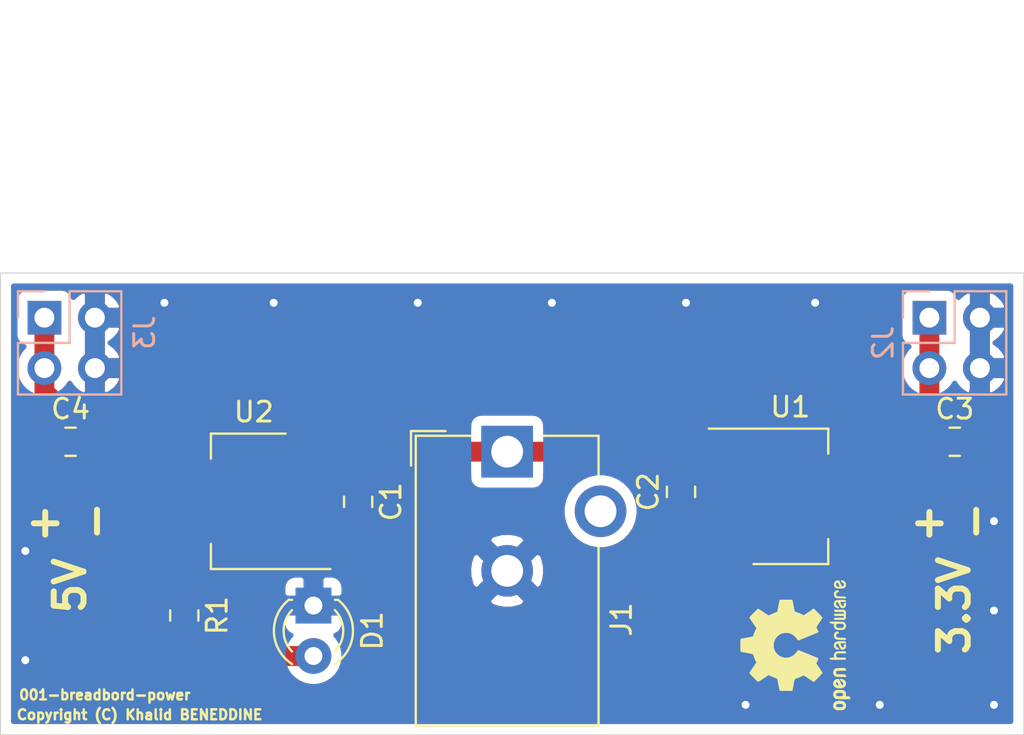
<source format=kicad_pcb>
(kicad_pcb (version 20171130) (host pcbnew "(5.1.5)-3")

  (general
    (thickness 1.6)
    (drawings 13)
    (tracks 55)
    (zones 0)
    (modules 12)
    (nets 6)
  )

  (page A4)
  (layers
    (0 F.Cu signal hide)
    (31 B.Cu signal hide)
    (32 B.Adhes user)
    (33 F.Adhes user)
    (34 B.Paste user)
    (35 F.Paste user)
    (36 B.SilkS user)
    (37 F.SilkS user)
    (38 B.Mask user)
    (39 F.Mask user)
    (40 Dwgs.User user)
    (41 Cmts.User user)
    (42 Eco1.User user)
    (43 Eco2.User user)
    (44 Edge.Cuts user)
    (45 Margin user)
    (46 B.CrtYd user)
    (47 F.CrtYd user)
    (48 B.Fab user)
    (49 F.Fab user)
  )

  (setup
    (last_trace_width 0.25)
    (trace_clearance 0.2)
    (zone_clearance 0.508)
    (zone_45_only no)
    (trace_min 0.2)
    (via_size 0.8)
    (via_drill 0.4)
    (via_min_size 0.4)
    (via_min_drill 0.3)
    (uvia_size 0.3)
    (uvia_drill 0.1)
    (uvias_allowed no)
    (uvia_min_size 0.2)
    (uvia_min_drill 0.1)
    (edge_width 0.05)
    (segment_width 0.2)
    (pcb_text_width 0.3)
    (pcb_text_size 1.5 1.5)
    (mod_edge_width 0.12)
    (mod_text_size 1 1)
    (mod_text_width 0.15)
    (pad_size 1.524 1.524)
    (pad_drill 0.762)
    (pad_to_mask_clearance 0.051)
    (solder_mask_min_width 0.25)
    (aux_axis_origin 0 0)
    (visible_elements FFFFFF7F)
    (pcbplotparams
      (layerselection 0x010fc_ffffffff)
      (usegerberextensions false)
      (usegerberattributes false)
      (usegerberadvancedattributes false)
      (creategerberjobfile false)
      (excludeedgelayer true)
      (linewidth 0.100000)
      (plotframeref false)
      (viasonmask false)
      (mode 1)
      (useauxorigin false)
      (hpglpennumber 1)
      (hpglpenspeed 20)
      (hpglpendiameter 15.000000)
      (psnegative false)
      (psa4output false)
      (plotreference true)
      (plotvalue true)
      (plotinvisibletext false)
      (padsonsilk false)
      (subtractmaskfromsilk false)
      (outputformat 1)
      (mirror false)
      (drillshape 1)
      (scaleselection 1)
      (outputdirectory ""))
  )

  (net 0 "")
  (net 1 "Net-(C1-Pad1)")
  (net 2 GND)
  (net 3 "Net-(C3-Pad1)")
  (net 4 "Net-(C4-Pad1)")
  (net 5 "Net-(D1-Pad2)")

  (net_class Default "This is the default net class."
    (clearance 0.2)
    (trace_width 0.25)
    (via_dia 0.8)
    (via_drill 0.4)
    (uvia_dia 0.3)
    (uvia_drill 0.1)
    (add_net GND)
    (add_net "Net-(C1-Pad1)")
    (add_net "Net-(C3-Pad1)")
    (add_net "Net-(C4-Pad1)")
    (add_net "Net-(D1-Pad2)")
  )

  (module Symbol:OSHW-Logo2_7.3x6mm_SilkScreen (layer F.Cu) (tedit 0) (tstamp 5ED191BC)
    (at 161.25 52.5 90)
    (descr "Open Source Hardware Symbol")
    (tags "Logo Symbol OSHW")
    (attr virtual)
    (fp_text reference REF** (at 0 0 90) (layer F.SilkS) hide
      (effects (font (size 1 1) (thickness 0.15)))
    )
    (fp_text value OSHW-Logo2_7.3x6mm_SilkScreen (at 0.75 0 90) (layer F.Fab) hide
      (effects (font (size 1 1) (thickness 0.15)))
    )
    (fp_poly (pts (xy 0.10391 -2.757652) (xy 0.182454 -2.757222) (xy 0.239298 -2.756058) (xy 0.278105 -2.753793)
      (xy 0.302538 -2.75006) (xy 0.316262 -2.744494) (xy 0.32294 -2.736727) (xy 0.326236 -2.726395)
      (xy 0.326556 -2.725057) (xy 0.331562 -2.700921) (xy 0.340829 -2.653299) (xy 0.353392 -2.587259)
      (xy 0.368287 -2.507872) (xy 0.384551 -2.420204) (xy 0.385119 -2.417125) (xy 0.40141 -2.331211)
      (xy 0.416652 -2.255304) (xy 0.429861 -2.193955) (xy 0.440054 -2.151718) (xy 0.446248 -2.133145)
      (xy 0.446543 -2.132816) (xy 0.464788 -2.123747) (xy 0.502405 -2.108633) (xy 0.551271 -2.090738)
      (xy 0.551543 -2.090642) (xy 0.613093 -2.067507) (xy 0.685657 -2.038035) (xy 0.754057 -2.008403)
      (xy 0.757294 -2.006938) (xy 0.868702 -1.956374) (xy 1.115399 -2.12484) (xy 1.191077 -2.176197)
      (xy 1.259631 -2.222111) (xy 1.317088 -2.25997) (xy 1.359476 -2.287163) (xy 1.382825 -2.301079)
      (xy 1.385042 -2.302111) (xy 1.40201 -2.297516) (xy 1.433701 -2.275345) (xy 1.481352 -2.234553)
      (xy 1.546198 -2.174095) (xy 1.612397 -2.109773) (xy 1.676214 -2.046388) (xy 1.733329 -1.988549)
      (xy 1.780305 -1.939825) (xy 1.813703 -1.90379) (xy 1.830085 -1.884016) (xy 1.830694 -1.882998)
      (xy 1.832505 -1.869428) (xy 1.825683 -1.847267) (xy 1.80854 -1.813522) (xy 1.779393 -1.7652)
      (xy 1.736555 -1.699308) (xy 1.679448 -1.614483) (xy 1.628766 -1.539823) (xy 1.583461 -1.47286)
      (xy 1.54615 -1.417484) (xy 1.519452 -1.37758) (xy 1.505985 -1.357038) (xy 1.505137 -1.355644)
      (xy 1.506781 -1.335962) (xy 1.519245 -1.297707) (xy 1.540048 -1.248111) (xy 1.547462 -1.232272)
      (xy 1.579814 -1.16171) (xy 1.614328 -1.081647) (xy 1.642365 -1.012371) (xy 1.662568 -0.960955)
      (xy 1.678615 -0.921881) (xy 1.687888 -0.901459) (xy 1.689041 -0.899886) (xy 1.706096 -0.897279)
      (xy 1.746298 -0.890137) (xy 1.804302 -0.879477) (xy 1.874763 -0.866315) (xy 1.952335 -0.851667)
      (xy 2.031672 -0.836551) (xy 2.107431 -0.821982) (xy 2.174264 -0.808978) (xy 2.226828 -0.798555)
      (xy 2.259776 -0.79173) (xy 2.267857 -0.789801) (xy 2.276205 -0.785038) (xy 2.282506 -0.774282)
      (xy 2.287045 -0.753902) (xy 2.290104 -0.720266) (xy 2.291967 -0.669745) (xy 2.292918 -0.598708)
      (xy 2.29324 -0.503524) (xy 2.293257 -0.464508) (xy 2.293257 -0.147201) (xy 2.217057 -0.132161)
      (xy 2.174663 -0.124005) (xy 2.1114 -0.112101) (xy 2.034962 -0.097884) (xy 1.953043 -0.08279)
      (xy 1.9304 -0.078645) (xy 1.854806 -0.063947) (xy 1.788953 -0.049495) (xy 1.738366 -0.036625)
      (xy 1.708574 -0.026678) (xy 1.703612 -0.023713) (xy 1.691426 -0.002717) (xy 1.673953 0.037967)
      (xy 1.654577 0.090322) (xy 1.650734 0.1016) (xy 1.625339 0.171523) (xy 1.593817 0.250418)
      (xy 1.562969 0.321266) (xy 1.562817 0.321595) (xy 1.511447 0.432733) (xy 1.680399 0.681253)
      (xy 1.849352 0.929772) (xy 1.632429 1.147058) (xy 1.566819 1.211726) (xy 1.506979 1.268733)
      (xy 1.456267 1.315033) (xy 1.418046 1.347584) (xy 1.395675 1.363343) (xy 1.392466 1.364343)
      (xy 1.373626 1.356469) (xy 1.33518 1.334578) (xy 1.28133 1.301267) (xy 1.216276 1.259131)
      (xy 1.14594 1.211943) (xy 1.074555 1.16381) (xy 1.010908 1.121928) (xy 0.959041 1.088871)
      (xy 0.922995 1.067218) (xy 0.906867 1.059543) (xy 0.887189 1.066037) (xy 0.849875 1.08315)
      (xy 0.802621 1.107326) (xy 0.797612 1.110013) (xy 0.733977 1.141927) (xy 0.690341 1.157579)
      (xy 0.663202 1.157745) (xy 0.649057 1.143204) (xy 0.648975 1.143) (xy 0.641905 1.125779)
      (xy 0.625042 1.084899) (xy 0.599695 1.023525) (xy 0.567171 0.944819) (xy 0.528778 0.851947)
      (xy 0.485822 0.748072) (xy 0.444222 0.647502) (xy 0.398504 0.536516) (xy 0.356526 0.433703)
      (xy 0.319548 0.342215) (xy 0.288827 0.265201) (xy 0.265622 0.205815) (xy 0.25119 0.167209)
      (xy 0.246743 0.1528) (xy 0.257896 0.136272) (xy 0.287069 0.10993) (xy 0.325971 0.080887)
      (xy 0.436757 -0.010961) (xy 0.523351 -0.116241) (xy 0.584716 -0.232734) (xy 0.619815 -0.358224)
      (xy 0.627608 -0.490493) (xy 0.621943 -0.551543) (xy 0.591078 -0.678205) (xy 0.53792 -0.790059)
      (xy 0.465767 -0.885999) (xy 0.377917 -0.964924) (xy 0.277665 -1.02573) (xy 0.16831 -1.067313)
      (xy 0.053147 -1.088572) (xy -0.064525 -1.088401) (xy -0.18141 -1.065699) (xy -0.294211 -1.019362)
      (xy -0.399631 -0.948287) (xy -0.443632 -0.908089) (xy -0.528021 -0.804871) (xy -0.586778 -0.692075)
      (xy -0.620296 -0.57299) (xy -0.628965 -0.450905) (xy -0.613177 -0.329107) (xy -0.573322 -0.210884)
      (xy -0.509793 -0.099525) (xy -0.422979 0.001684) (xy -0.325971 0.080887) (xy -0.285563 0.111162)
      (xy -0.257018 0.137219) (xy -0.246743 0.152825) (xy -0.252123 0.169843) (xy -0.267425 0.2105)
      (xy -0.291388 0.271642) (xy -0.322756 0.350119) (xy -0.360268 0.44278) (xy -0.402667 0.546472)
      (xy -0.444337 0.647526) (xy -0.49031 0.758607) (xy -0.532893 0.861541) (xy -0.570779 0.953165)
      (xy -0.60266 1.030316) (xy -0.627229 1.089831) (xy -0.64318 1.128544) (xy -0.64909 1.143)
      (xy -0.663052 1.157685) (xy -0.69006 1.157642) (xy -0.733587 1.142099) (xy -0.79711 1.110284)
      (xy -0.797612 1.110013) (xy -0.84544 1.085323) (xy -0.884103 1.067338) (xy -0.905905 1.059614)
      (xy -0.906867 1.059543) (xy -0.923279 1.067378) (xy -0.959513 1.089165) (xy -1.011526 1.122328)
      (xy -1.075275 1.164291) (xy -1.14594 1.211943) (xy -1.217884 1.260191) (xy -1.282726 1.302151)
      (xy -1.336265 1.335227) (xy -1.374303 1.356821) (xy -1.392467 1.364343) (xy -1.409192 1.354457)
      (xy -1.44282 1.326826) (xy -1.48999 1.284495) (xy -1.547342 1.230505) (xy -1.611516 1.167899)
      (xy -1.632503 1.146983) (xy -1.849501 0.929623) (xy -1.684332 0.68722) (xy -1.634136 0.612781)
      (xy -1.590081 0.545972) (xy -1.554638 0.490665) (xy -1.530281 0.450729) (xy -1.519478 0.430036)
      (xy -1.519162 0.428563) (xy -1.524857 0.409058) (xy -1.540174 0.369822) (xy -1.562463 0.31743)
      (xy -1.578107 0.282355) (xy -1.607359 0.215201) (xy -1.634906 0.147358) (xy -1.656263 0.090034)
      (xy -1.662065 0.072572) (xy -1.678548 0.025938) (xy -1.69466 -0.010095) (xy -1.70351 -0.023713)
      (xy -1.72304 -0.032048) (xy -1.765666 -0.043863) (xy -1.825855 -0.057819) (xy -1.898078 -0.072578)
      (xy -1.9304 -0.078645) (xy -2.012478 -0.093727) (xy -2.091205 -0.108331) (xy -2.158891 -0.12102)
      (xy -2.20784 -0.130358) (xy -2.217057 -0.132161) (xy -2.293257 -0.147201) (xy -2.293257 -0.464508)
      (xy -2.293086 -0.568846) (xy -2.292384 -0.647787) (xy -2.290866 -0.704962) (xy -2.288251 -0.744001)
      (xy -2.284254 -0.768535) (xy -2.278591 -0.782195) (xy -2.27098 -0.788611) (xy -2.267857 -0.789801)
      (xy -2.249022 -0.79402) (xy -2.207412 -0.802438) (xy -2.14837 -0.814039) (xy -2.077243 -0.827805)
      (xy -1.999375 -0.84272) (xy -1.920113 -0.857768) (xy -1.844802 -0.871931) (xy -1.778787 -0.884194)
      (xy -1.727413 -0.893539) (xy -1.696025 -0.89895) (xy -1.689041 -0.899886) (xy -1.682715 -0.912404)
      (xy -1.66871 -0.945754) (xy -1.649645 -0.993623) (xy -1.642366 -1.012371) (xy -1.613004 -1.084805)
      (xy -1.578429 -1.16483) (xy -1.547463 -1.232272) (xy -1.524677 -1.283841) (xy -1.509518 -1.326215)
      (xy -1.504458 -1.352166) (xy -1.505264 -1.355644) (xy -1.515959 -1.372064) (xy -1.54038 -1.408583)
      (xy -1.575905 -1.461313) (xy -1.619913 -1.526365) (xy -1.669783 -1.599849) (xy -1.679644 -1.614355)
      (xy -1.737508 -1.700296) (xy -1.780044 -1.765739) (xy -1.808946 -1.813696) (xy -1.82591 -1.84718)
      (xy -1.832633 -1.869205) (xy -1.83081 -1.882783) (xy -1.830764 -1.882869) (xy -1.816414 -1.900703)
      (xy -1.784677 -1.935183) (xy -1.73899 -1.982732) (xy -1.682796 -2.039778) (xy -1.619532 -2.102745)
      (xy -1.612398 -2.109773) (xy -1.53267 -2.18698) (xy -1.471143 -2.24367) (xy -1.426579 -2.28089)
      (xy -1.397743 -2.299685) (xy -1.385042 -2.302111) (xy -1.366506 -2.291529) (xy -1.328039 -2.267084)
      (xy -1.273614 -2.231388) (xy -1.207202 -2.187053) (xy -1.132775 -2.136689) (xy -1.115399 -2.12484)
      (xy -0.868703 -1.956374) (xy -0.757294 -2.006938) (xy -0.689543 -2.036405) (xy -0.616817 -2.066041)
      (xy -0.554297 -2.08967) (xy -0.551543 -2.090642) (xy -0.50264 -2.108543) (xy -0.464943 -2.12368)
      (xy -0.446575 -2.13279) (xy -0.446544 -2.132816) (xy -0.440715 -2.149283) (xy -0.430808 -2.189781)
      (xy -0.417805 -2.249758) (xy -0.402691 -2.32466) (xy -0.386448 -2.409936) (xy -0.385119 -2.417125)
      (xy -0.368825 -2.504986) (xy -0.353867 -2.58474) (xy -0.341209 -2.651319) (xy -0.331814 -2.699653)
      (xy -0.326646 -2.724675) (xy -0.326556 -2.725057) (xy -0.323411 -2.735701) (xy -0.317296 -2.743738)
      (xy -0.304547 -2.749533) (xy -0.2815 -2.753453) (xy -0.244491 -2.755865) (xy -0.189856 -2.757135)
      (xy -0.113933 -2.757629) (xy -0.013056 -2.757714) (xy 0 -2.757714) (xy 0.10391 -2.757652)) (layer F.SilkS) (width 0.01))
    (fp_poly (pts (xy 3.153595 1.966966) (xy 3.211021 2.004497) (xy 3.238719 2.038096) (xy 3.260662 2.099064)
      (xy 3.262405 2.147308) (xy 3.258457 2.211816) (xy 3.109686 2.276934) (xy 3.037349 2.310202)
      (xy 2.990084 2.336964) (xy 2.965507 2.360144) (xy 2.961237 2.382667) (xy 2.974889 2.407455)
      (xy 2.989943 2.423886) (xy 3.033746 2.450235) (xy 3.081389 2.452081) (xy 3.125145 2.431546)
      (xy 3.157289 2.390752) (xy 3.163038 2.376347) (xy 3.190576 2.331356) (xy 3.222258 2.312182)
      (xy 3.265714 2.295779) (xy 3.265714 2.357966) (xy 3.261872 2.400283) (xy 3.246823 2.435969)
      (xy 3.21528 2.476943) (xy 3.210592 2.482267) (xy 3.175506 2.51872) (xy 3.145347 2.538283)
      (xy 3.107615 2.547283) (xy 3.076335 2.55023) (xy 3.020385 2.550965) (xy 2.980555 2.54166)
      (xy 2.955708 2.527846) (xy 2.916656 2.497467) (xy 2.889625 2.464613) (xy 2.872517 2.423294)
      (xy 2.863238 2.367521) (xy 2.859693 2.291305) (xy 2.85941 2.252622) (xy 2.860372 2.206247)
      (xy 2.948007 2.206247) (xy 2.949023 2.231126) (xy 2.951556 2.2352) (xy 2.968274 2.229665)
      (xy 3.004249 2.215017) (xy 3.052331 2.19419) (xy 3.062386 2.189714) (xy 3.123152 2.158814)
      (xy 3.156632 2.131657) (xy 3.16399 2.10622) (xy 3.146391 2.080481) (xy 3.131856 2.069109)
      (xy 3.07941 2.046364) (xy 3.030322 2.050122) (xy 2.989227 2.077884) (xy 2.960758 2.127152)
      (xy 2.951631 2.166257) (xy 2.948007 2.206247) (xy 2.860372 2.206247) (xy 2.861285 2.162249)
      (xy 2.868196 2.095384) (xy 2.881884 2.046695) (xy 2.904096 2.010849) (xy 2.936574 1.982513)
      (xy 2.950733 1.973355) (xy 3.015053 1.949507) (xy 3.085473 1.948006) (xy 3.153595 1.966966)) (layer F.SilkS) (width 0.01))
    (fp_poly (pts (xy 2.6526 1.958752) (xy 2.669948 1.966334) (xy 2.711356 1.999128) (xy 2.746765 2.046547)
      (xy 2.768664 2.097151) (xy 2.772229 2.122098) (xy 2.760279 2.156927) (xy 2.734067 2.175357)
      (xy 2.705964 2.186516) (xy 2.693095 2.188572) (xy 2.686829 2.173649) (xy 2.674456 2.141175)
      (xy 2.669028 2.126502) (xy 2.63859 2.075744) (xy 2.59452 2.050427) (xy 2.53801 2.051206)
      (xy 2.533825 2.052203) (xy 2.503655 2.066507) (xy 2.481476 2.094393) (xy 2.466327 2.139287)
      (xy 2.45725 2.204615) (xy 2.453286 2.293804) (xy 2.452914 2.341261) (xy 2.45273 2.416071)
      (xy 2.451522 2.467069) (xy 2.448309 2.499471) (xy 2.442109 2.518495) (xy 2.43194 2.529356)
      (xy 2.416819 2.537272) (xy 2.415946 2.53767) (xy 2.386828 2.549981) (xy 2.372403 2.554514)
      (xy 2.370186 2.540809) (xy 2.368289 2.502925) (xy 2.366847 2.445715) (xy 2.365998 2.374027)
      (xy 2.365829 2.321565) (xy 2.366692 2.220047) (xy 2.37007 2.143032) (xy 2.377142 2.086023)
      (xy 2.389088 2.044526) (xy 2.40709 2.014043) (xy 2.432327 1.99008) (xy 2.457247 1.973355)
      (xy 2.517171 1.951097) (xy 2.586911 1.946076) (xy 2.6526 1.958752)) (layer F.SilkS) (width 0.01))
    (fp_poly (pts (xy 2.144876 1.956335) (xy 2.186667 1.975344) (xy 2.219469 1.998378) (xy 2.243503 2.024133)
      (xy 2.260097 2.057358) (xy 2.270577 2.1028) (xy 2.276271 2.165207) (xy 2.278507 2.249327)
      (xy 2.278743 2.304721) (xy 2.278743 2.520826) (xy 2.241774 2.53767) (xy 2.212656 2.549981)
      (xy 2.198231 2.554514) (xy 2.195472 2.541025) (xy 2.193282 2.504653) (xy 2.191942 2.451542)
      (xy 2.191657 2.409372) (xy 2.190434 2.348447) (xy 2.187136 2.300115) (xy 2.182321 2.270518)
      (xy 2.178496 2.264229) (xy 2.152783 2.270652) (xy 2.112418 2.287125) (xy 2.065679 2.309458)
      (xy 2.020845 2.333457) (xy 1.986193 2.35493) (xy 1.970002 2.369685) (xy 1.969938 2.369845)
      (xy 1.97133 2.397152) (xy 1.983818 2.423219) (xy 2.005743 2.444392) (xy 2.037743 2.451474)
      (xy 2.065092 2.450649) (xy 2.103826 2.450042) (xy 2.124158 2.459116) (xy 2.136369 2.483092)
      (xy 2.137909 2.487613) (xy 2.143203 2.521806) (xy 2.129047 2.542568) (xy 2.092148 2.552462)
      (xy 2.052289 2.554292) (xy 1.980562 2.540727) (xy 1.943432 2.521355) (xy 1.897576 2.475845)
      (xy 1.873256 2.419983) (xy 1.871073 2.360957) (xy 1.891629 2.305953) (xy 1.922549 2.271486)
      (xy 1.95342 2.252189) (xy 2.001942 2.227759) (xy 2.058485 2.202985) (xy 2.06791 2.199199)
      (xy 2.130019 2.171791) (xy 2.165822 2.147634) (xy 2.177337 2.123619) (xy 2.16658 2.096635)
      (xy 2.148114 2.075543) (xy 2.104469 2.049572) (xy 2.056446 2.047624) (xy 2.012406 2.067637)
      (xy 1.980709 2.107551) (xy 1.976549 2.117848) (xy 1.952327 2.155724) (xy 1.916965 2.183842)
      (xy 1.872343 2.206917) (xy 1.872343 2.141485) (xy 1.874969 2.101506) (xy 1.88623 2.069997)
      (xy 1.911199 2.036378) (xy 1.935169 2.010484) (xy 1.972441 1.973817) (xy 2.001401 1.954121)
      (xy 2.032505 1.94622) (xy 2.067713 1.944914) (xy 2.144876 1.956335)) (layer F.SilkS) (width 0.01))
    (fp_poly (pts (xy 1.779833 1.958663) (xy 1.782048 1.99685) (xy 1.783784 2.054886) (xy 1.784899 2.12818)
      (xy 1.785257 2.205055) (xy 1.785257 2.465196) (xy 1.739326 2.511127) (xy 1.707675 2.539429)
      (xy 1.67989 2.550893) (xy 1.641915 2.550168) (xy 1.62684 2.548321) (xy 1.579726 2.542948)
      (xy 1.540756 2.539869) (xy 1.531257 2.539585) (xy 1.499233 2.541445) (xy 1.453432 2.546114)
      (xy 1.435674 2.548321) (xy 1.392057 2.551735) (xy 1.362745 2.54432) (xy 1.33368 2.521427)
      (xy 1.323188 2.511127) (xy 1.277257 2.465196) (xy 1.277257 1.978602) (xy 1.314226 1.961758)
      (xy 1.346059 1.949282) (xy 1.364683 1.944914) (xy 1.369458 1.958718) (xy 1.373921 1.997286)
      (xy 1.377775 2.056356) (xy 1.380722 2.131663) (xy 1.382143 2.195286) (xy 1.386114 2.445657)
      (xy 1.420759 2.450556) (xy 1.452268 2.447131) (xy 1.467708 2.436041) (xy 1.472023 2.415308)
      (xy 1.475708 2.371145) (xy 1.478469 2.309146) (xy 1.480012 2.234909) (xy 1.480235 2.196706)
      (xy 1.480457 1.976783) (xy 1.526166 1.960849) (xy 1.558518 1.950015) (xy 1.576115 1.944962)
      (xy 1.576623 1.944914) (xy 1.578388 1.958648) (xy 1.580329 1.99673) (xy 1.582282 2.054482)
      (xy 1.584084 2.127227) (xy 1.585343 2.195286) (xy 1.589314 2.445657) (xy 1.6764 2.445657)
      (xy 1.680396 2.21724) (xy 1.684392 1.988822) (xy 1.726847 1.966868) (xy 1.758192 1.951793)
      (xy 1.776744 1.944951) (xy 1.777279 1.944914) (xy 1.779833 1.958663)) (layer F.SilkS) (width 0.01))
    (fp_poly (pts (xy 1.190117 2.065358) (xy 1.189933 2.173837) (xy 1.189219 2.257287) (xy 1.187675 2.319704)
      (xy 1.185001 2.365085) (xy 1.180894 2.397429) (xy 1.175055 2.420733) (xy 1.167182 2.438995)
      (xy 1.161221 2.449418) (xy 1.111855 2.505945) (xy 1.049264 2.541377) (xy 0.980013 2.55409)
      (xy 0.910668 2.542463) (xy 0.869375 2.521568) (xy 0.826025 2.485422) (xy 0.796481 2.441276)
      (xy 0.778655 2.383462) (xy 0.770463 2.306313) (xy 0.769302 2.249714) (xy 0.769458 2.245647)
      (xy 0.870857 2.245647) (xy 0.871476 2.31055) (xy 0.874314 2.353514) (xy 0.88084 2.381622)
      (xy 0.892523 2.401953) (xy 0.906483 2.417288) (xy 0.953365 2.44689) (xy 1.003701 2.449419)
      (xy 1.051276 2.424705) (xy 1.054979 2.421356) (xy 1.070783 2.403935) (xy 1.080693 2.383209)
      (xy 1.086058 2.352362) (xy 1.088228 2.304577) (xy 1.088571 2.251748) (xy 1.087827 2.185381)
      (xy 1.084748 2.141106) (xy 1.078061 2.112009) (xy 1.066496 2.091173) (xy 1.057013 2.080107)
      (xy 1.01296 2.052198) (xy 0.962224 2.048843) (xy 0.913796 2.070159) (xy 0.90445 2.078073)
      (xy 0.88854 2.095647) (xy 0.87861 2.116587) (xy 0.873278 2.147782) (xy 0.871163 2.196122)
      (xy 0.870857 2.245647) (xy 0.769458 2.245647) (xy 0.77281 2.158568) (xy 0.784726 2.090086)
      (xy 0.807135 2.0386) (xy 0.842124 1.998443) (xy 0.869375 1.977861) (xy 0.918907 1.955625)
      (xy 0.976316 1.945304) (xy 1.029682 1.948067) (xy 1.059543 1.959212) (xy 1.071261 1.962383)
      (xy 1.079037 1.950557) (xy 1.084465 1.918866) (xy 1.088571 1.870593) (xy 1.093067 1.816829)
      (xy 1.099313 1.784482) (xy 1.110676 1.765985) (xy 1.130528 1.75377) (xy 1.143 1.748362)
      (xy 1.190171 1.728601) (xy 1.190117 2.065358)) (layer F.SilkS) (width 0.01))
    (fp_poly (pts (xy 0.529926 1.949755) (xy 0.595858 1.974084) (xy 0.649273 2.017117) (xy 0.670164 2.047409)
      (xy 0.692939 2.102994) (xy 0.692466 2.143186) (xy 0.668562 2.170217) (xy 0.659717 2.174813)
      (xy 0.62153 2.189144) (xy 0.602028 2.185472) (xy 0.595422 2.161407) (xy 0.595086 2.148114)
      (xy 0.582992 2.09921) (xy 0.551471 2.064999) (xy 0.507659 2.048476) (xy 0.458695 2.052634)
      (xy 0.418894 2.074227) (xy 0.40545 2.086544) (xy 0.395921 2.101487) (xy 0.389485 2.124075)
      (xy 0.385317 2.159328) (xy 0.382597 2.212266) (xy 0.380502 2.287907) (xy 0.37996 2.311857)
      (xy 0.377981 2.39379) (xy 0.375731 2.451455) (xy 0.372357 2.489608) (xy 0.367006 2.513004)
      (xy 0.358824 2.526398) (xy 0.346959 2.534545) (xy 0.339362 2.538144) (xy 0.307102 2.550452)
      (xy 0.288111 2.554514) (xy 0.281836 2.540948) (xy 0.278006 2.499934) (xy 0.2766 2.430999)
      (xy 0.277598 2.333669) (xy 0.277908 2.318657) (xy 0.280101 2.229859) (xy 0.282693 2.165019)
      (xy 0.286382 2.119067) (xy 0.291864 2.086935) (xy 0.299835 2.063553) (xy 0.310993 2.043852)
      (xy 0.31683 2.03541) (xy 0.350296 1.998057) (xy 0.387727 1.969003) (xy 0.392309 1.966467)
      (xy 0.459426 1.946443) (xy 0.529926 1.949755)) (layer F.SilkS) (width 0.01))
    (fp_poly (pts (xy 0.039744 1.950968) (xy 0.096616 1.972087) (xy 0.097267 1.972493) (xy 0.13244 1.99838)
      (xy 0.158407 2.028633) (xy 0.17667 2.068058) (xy 0.188732 2.121462) (xy 0.196096 2.193651)
      (xy 0.200264 2.289432) (xy 0.200629 2.303078) (xy 0.205876 2.508842) (xy 0.161716 2.531678)
      (xy 0.129763 2.54711) (xy 0.11047 2.554423) (xy 0.109578 2.554514) (xy 0.106239 2.541022)
      (xy 0.103587 2.504626) (xy 0.101956 2.451452) (xy 0.1016 2.408393) (xy 0.101592 2.338641)
      (xy 0.098403 2.294837) (xy 0.087288 2.273944) (xy 0.063501 2.272925) (xy 0.022296 2.288741)
      (xy -0.039914 2.317815) (xy -0.085659 2.341963) (xy -0.109187 2.362913) (xy -0.116104 2.385747)
      (xy -0.116114 2.386877) (xy -0.104701 2.426212) (xy -0.070908 2.447462) (xy -0.019191 2.450539)
      (xy 0.018061 2.450006) (xy 0.037703 2.460735) (xy 0.049952 2.486505) (xy 0.057002 2.519337)
      (xy 0.046842 2.537966) (xy 0.043017 2.540632) (xy 0.007001 2.55134) (xy -0.043434 2.552856)
      (xy -0.095374 2.545759) (xy -0.132178 2.532788) (xy -0.183062 2.489585) (xy -0.211986 2.429446)
      (xy -0.217714 2.382462) (xy -0.213343 2.340082) (xy -0.197525 2.305488) (xy -0.166203 2.274763)
      (xy -0.115322 2.24399) (xy -0.040824 2.209252) (xy -0.036286 2.207288) (xy 0.030821 2.176287)
      (xy 0.072232 2.150862) (xy 0.089981 2.128014) (xy 0.086107 2.104745) (xy 0.062643 2.078056)
      (xy 0.055627 2.071914) (xy 0.00863 2.0481) (xy -0.040067 2.049103) (xy -0.082478 2.072451)
      (xy -0.110616 2.115675) (xy -0.113231 2.12416) (xy -0.138692 2.165308) (xy -0.170999 2.185128)
      (xy -0.217714 2.20477) (xy -0.217714 2.15395) (xy -0.203504 2.080082) (xy -0.161325 2.012327)
      (xy -0.139376 1.989661) (xy -0.089483 1.960569) (xy -0.026033 1.9474) (xy 0.039744 1.950968)) (layer F.SilkS) (width 0.01))
    (fp_poly (pts (xy -0.624114 1.851289) (xy -0.619861 1.910613) (xy -0.614975 1.945572) (xy -0.608205 1.96082)
      (xy -0.598298 1.961015) (xy -0.595086 1.959195) (xy -0.552356 1.946015) (xy -0.496773 1.946785)
      (xy -0.440263 1.960333) (xy -0.404918 1.977861) (xy -0.368679 2.005861) (xy -0.342187 2.037549)
      (xy -0.324001 2.077813) (xy -0.312678 2.131543) (xy -0.306778 2.203626) (xy -0.304857 2.298951)
      (xy -0.304823 2.317237) (xy -0.3048 2.522646) (xy -0.350509 2.53858) (xy -0.382973 2.54942)
      (xy -0.400785 2.554468) (xy -0.401309 2.554514) (xy -0.403063 2.540828) (xy -0.404556 2.503076)
      (xy -0.405674 2.446224) (xy -0.406303 2.375234) (xy -0.4064 2.332073) (xy -0.406602 2.246973)
      (xy -0.407642 2.185981) (xy -0.410169 2.144177) (xy -0.414836 2.116642) (xy -0.422293 2.098456)
      (xy -0.433189 2.084698) (xy -0.439993 2.078073) (xy -0.486728 2.051375) (xy -0.537728 2.049375)
      (xy -0.583999 2.071955) (xy -0.592556 2.080107) (xy -0.605107 2.095436) (xy -0.613812 2.113618)
      (xy -0.619369 2.139909) (xy -0.622474 2.179562) (xy -0.623824 2.237832) (xy -0.624114 2.318173)
      (xy -0.624114 2.522646) (xy -0.669823 2.53858) (xy -0.702287 2.54942) (xy -0.720099 2.554468)
      (xy -0.720623 2.554514) (xy -0.721963 2.540623) (xy -0.723172 2.501439) (xy -0.724199 2.4407)
      (xy -0.724998 2.362141) (xy -0.725519 2.269498) (xy -0.725714 2.166509) (xy -0.725714 1.769342)
      (xy -0.678543 1.749444) (xy -0.631371 1.729547) (xy -0.624114 1.851289)) (layer F.SilkS) (width 0.01))
    (fp_poly (pts (xy -1.831697 1.931239) (xy -1.774473 1.969735) (xy -1.730251 2.025335) (xy -1.703833 2.096086)
      (xy -1.69849 2.148162) (xy -1.699097 2.169893) (xy -1.704178 2.186531) (xy -1.718145 2.201437)
      (xy -1.745411 2.217973) (xy -1.790388 2.239498) (xy -1.857489 2.269374) (xy -1.857829 2.269524)
      (xy -1.919593 2.297813) (xy -1.970241 2.322933) (xy -2.004596 2.342179) (xy -2.017482 2.352848)
      (xy -2.017486 2.352934) (xy -2.006128 2.376166) (xy -1.979569 2.401774) (xy -1.949077 2.420221)
      (xy -1.93363 2.423886) (xy -1.891485 2.411212) (xy -1.855192 2.379471) (xy -1.837483 2.344572)
      (xy -1.820448 2.318845) (xy -1.787078 2.289546) (xy -1.747851 2.264235) (xy -1.713244 2.250471)
      (xy -1.706007 2.249714) (xy -1.697861 2.26216) (xy -1.69737 2.293972) (xy -1.703357 2.336866)
      (xy -1.714643 2.382558) (xy -1.73005 2.422761) (xy -1.730829 2.424322) (xy -1.777196 2.489062)
      (xy -1.837289 2.533097) (xy -1.905535 2.554711) (xy -1.976362 2.552185) (xy -2.044196 2.523804)
      (xy -2.047212 2.521808) (xy -2.100573 2.473448) (xy -2.13566 2.410352) (xy -2.155078 2.327387)
      (xy -2.157684 2.304078) (xy -2.162299 2.194055) (xy -2.156767 2.142748) (xy -2.017486 2.142748)
      (xy -2.015676 2.174753) (xy -2.005778 2.184093) (xy -1.981102 2.177105) (xy -1.942205 2.160587)
      (xy -1.898725 2.139881) (xy -1.897644 2.139333) (xy -1.860791 2.119949) (xy -1.846 2.107013)
      (xy -1.849647 2.093451) (xy -1.865005 2.075632) (xy -1.904077 2.049845) (xy -1.946154 2.04795)
      (xy -1.983897 2.066717) (xy -2.009966 2.102915) (xy -2.017486 2.142748) (xy -2.156767 2.142748)
      (xy -2.152806 2.106027) (xy -2.12845 2.036212) (xy -2.094544 1.987302) (xy -2.033347 1.937878)
      (xy -1.965937 1.913359) (xy -1.89712 1.911797) (xy -1.831697 1.931239)) (layer F.SilkS) (width 0.01))
    (fp_poly (pts (xy -2.958885 1.921962) (xy -2.890855 1.957733) (xy -2.840649 2.015301) (xy -2.822815 2.052312)
      (xy -2.808937 2.107882) (xy -2.801833 2.178096) (xy -2.80116 2.254727) (xy -2.806573 2.329552)
      (xy -2.81773 2.394342) (xy -2.834286 2.440873) (xy -2.839374 2.448887) (xy -2.899645 2.508707)
      (xy -2.971231 2.544535) (xy -3.048908 2.55502) (xy -3.127452 2.53881) (xy -3.149311 2.529092)
      (xy -3.191878 2.499143) (xy -3.229237 2.459433) (xy -3.232768 2.454397) (xy -3.247119 2.430124)
      (xy -3.256606 2.404178) (xy -3.26221 2.370022) (xy -3.264914 2.321119) (xy -3.265701 2.250935)
      (xy -3.265714 2.2352) (xy -3.265678 2.230192) (xy -3.120571 2.230192) (xy -3.119727 2.29643)
      (xy -3.116404 2.340386) (xy -3.109417 2.368779) (xy -3.097584 2.388325) (xy -3.091543 2.394857)
      (xy -3.056814 2.41968) (xy -3.023097 2.418548) (xy -2.989005 2.397016) (xy -2.968671 2.374029)
      (xy -2.956629 2.340478) (xy -2.949866 2.287569) (xy -2.949402 2.281399) (xy -2.948248 2.185513)
      (xy -2.960312 2.114299) (xy -2.98543 2.068194) (xy -3.02344 2.047635) (xy -3.037008 2.046514)
      (xy -3.072636 2.052152) (xy -3.097006 2.071686) (xy -3.111907 2.109042) (xy -3.119125 2.16815)
      (xy -3.120571 2.230192) (xy -3.265678 2.230192) (xy -3.265174 2.160413) (xy -3.262904 2.108159)
      (xy -3.257932 2.071949) (xy -3.249287 2.045299) (xy -3.235995 2.021722) (xy -3.233057 2.017338)
      (xy -3.183687 1.958249) (xy -3.129891 1.923947) (xy -3.064398 1.910331) (xy -3.042158 1.909665)
      (xy -2.958885 1.921962)) (layer F.SilkS) (width 0.01))
    (fp_poly (pts (xy -1.283907 1.92778) (xy -1.237328 1.954723) (xy -1.204943 1.981466) (xy -1.181258 2.009484)
      (xy -1.164941 2.043748) (xy -1.154661 2.089227) (xy -1.149086 2.150892) (xy -1.146884 2.233711)
      (xy -1.146629 2.293246) (xy -1.146629 2.512391) (xy -1.208314 2.540044) (xy -1.27 2.567697)
      (xy -1.277257 2.32767) (xy -1.280256 2.238028) (xy -1.283402 2.172962) (xy -1.287299 2.128026)
      (xy -1.292553 2.09877) (xy -1.299769 2.080748) (xy -1.30955 2.069511) (xy -1.312688 2.067079)
      (xy -1.360239 2.048083) (xy -1.408303 2.0556) (xy -1.436914 2.075543) (xy -1.448553 2.089675)
      (xy -1.456609 2.10822) (xy -1.461729 2.136334) (xy -1.464559 2.179173) (xy -1.465744 2.241895)
      (xy -1.465943 2.307261) (xy -1.465982 2.389268) (xy -1.467386 2.447316) (xy -1.472086 2.486465)
      (xy -1.482013 2.51178) (xy -1.499097 2.528323) (xy -1.525268 2.541156) (xy -1.560225 2.554491)
      (xy -1.598404 2.569007) (xy -1.593859 2.311389) (xy -1.592029 2.218519) (xy -1.589888 2.149889)
      (xy -1.586819 2.100711) (xy -1.582206 2.066198) (xy -1.575432 2.041562) (xy -1.565881 2.022016)
      (xy -1.554366 2.00477) (xy -1.49881 1.94968) (xy -1.43102 1.917822) (xy -1.357287 1.910191)
      (xy -1.283907 1.92778)) (layer F.SilkS) (width 0.01))
    (fp_poly (pts (xy -2.400256 1.919918) (xy -2.344799 1.947568) (xy -2.295852 1.99848) (xy -2.282371 2.017338)
      (xy -2.267686 2.042015) (xy -2.258158 2.068816) (xy -2.252707 2.104587) (xy -2.250253 2.156169)
      (xy -2.249714 2.224267) (xy -2.252148 2.317588) (xy -2.260606 2.387657) (xy -2.276826 2.439931)
      (xy -2.302546 2.479869) (xy -2.339503 2.512929) (xy -2.342218 2.514886) (xy -2.37864 2.534908)
      (xy -2.422498 2.544815) (xy -2.478276 2.547257) (xy -2.568952 2.547257) (xy -2.56899 2.635283)
      (xy -2.569834 2.684308) (xy -2.574976 2.713065) (xy -2.588413 2.730311) (xy -2.614142 2.744808)
      (xy -2.620321 2.747769) (xy -2.649236 2.761648) (xy -2.671624 2.770414) (xy -2.688271 2.771171)
      (xy -2.699964 2.761023) (xy -2.70749 2.737073) (xy -2.711634 2.696426) (xy -2.713185 2.636186)
      (xy -2.712929 2.553455) (xy -2.711651 2.445339) (xy -2.711252 2.413) (xy -2.709815 2.301524)
      (xy -2.708528 2.228603) (xy -2.569029 2.228603) (xy -2.568245 2.290499) (xy -2.56476 2.330997)
      (xy -2.556876 2.357708) (xy -2.542895 2.378244) (xy -2.533403 2.38826) (xy -2.494596 2.417567)
      (xy -2.460237 2.419952) (xy -2.424784 2.39575) (xy -2.423886 2.394857) (xy -2.409461 2.376153)
      (xy -2.400687 2.350732) (xy -2.396261 2.311584) (xy -2.394882 2.251697) (xy -2.394857 2.23843)
      (xy -2.398188 2.155901) (xy -2.409031 2.098691) (xy -2.42866 2.063766) (xy -2.45835 2.048094)
      (xy -2.475509 2.046514) (xy -2.516234 2.053926) (xy -2.544168 2.07833) (xy -2.560983 2.12298)
      (xy -2.56835 2.19113) (xy -2.569029 2.228603) (xy -2.708528 2.228603) (xy -2.708292 2.215245)
      (xy -2.706323 2.150333) (xy -2.70355 2.102958) (xy -2.699612 2.06929) (xy -2.694151 2.045498)
      (xy -2.686808 2.027753) (xy -2.677223 2.012224) (xy -2.673113 2.006381) (xy -2.618595 1.951185)
      (xy -2.549664 1.91989) (xy -2.469928 1.911165) (xy -2.400256 1.919918)) (layer F.SilkS) (width 0.01))
  )

  (module Capacitor_SMD:C_0805_2012Metric_Pad1.15x1.40mm_HandSolder (layer F.Cu) (tedit 5B36C52B) (tstamp 5ED177E5)
    (at 169.275 42.25)
    (descr "Capacitor SMD 0805 (2012 Metric), square (rectangular) end terminal, IPC_7351 nominal with elongated pad for handsoldering. (Body size source: https://docs.google.com/spreadsheets/d/1BsfQQcO9C6DZCsRaXUlFlo91Tg2WpOkGARC1WS5S8t0/edit?usp=sharing), generated with kicad-footprint-generator")
    (tags "capacitor handsolder")
    (path /5E9C888E)
    (attr smd)
    (fp_text reference C3 (at 0 -1.65) (layer F.SilkS)
      (effects (font (size 1 1) (thickness 0.15)))
    )
    (fp_text value 22µF (at 0 1.65) (layer F.Fab)
      (effects (font (size 1 1) (thickness 0.15)))
    )
    (fp_line (start -1 0.6) (end -1 -0.6) (layer F.Fab) (width 0.1))
    (fp_line (start -1 -0.6) (end 1 -0.6) (layer F.Fab) (width 0.1))
    (fp_line (start 1 -0.6) (end 1 0.6) (layer F.Fab) (width 0.1))
    (fp_line (start 1 0.6) (end -1 0.6) (layer F.Fab) (width 0.1))
    (fp_line (start -0.261252 -0.71) (end 0.261252 -0.71) (layer F.SilkS) (width 0.12))
    (fp_line (start -0.261252 0.71) (end 0.261252 0.71) (layer F.SilkS) (width 0.12))
    (fp_line (start -1.85 0.95) (end -1.85 -0.95) (layer F.CrtYd) (width 0.05))
    (fp_line (start -1.85 -0.95) (end 1.85 -0.95) (layer F.CrtYd) (width 0.05))
    (fp_line (start 1.85 -0.95) (end 1.85 0.95) (layer F.CrtYd) (width 0.05))
    (fp_line (start 1.85 0.95) (end -1.85 0.95) (layer F.CrtYd) (width 0.05))
    (fp_text user %R (at 0 0) (layer F.Fab)
      (effects (font (size 0.5 0.5) (thickness 0.08)))
    )
    (pad 1 smd roundrect (at -1.025 0) (size 1.15 1.4) (layers F.Cu F.Paste F.Mask) (roundrect_rratio 0.217391)
      (net 3 "Net-(C3-Pad1)"))
    (pad 2 smd roundrect (at 1.025 0) (size 1.15 1.4) (layers F.Cu F.Paste F.Mask) (roundrect_rratio 0.217391)
      (net 2 GND))
    (model ${KISYS3DMOD}/Capacitor_SMD.3dshapes/C_0805_2012Metric.wrl
      (at (xyz 0 0 0))
      (scale (xyz 1 1 1))
      (rotate (xyz 0 0 0))
    )
  )

  (module Capacitor_SMD:C_0805_2012Metric_Pad1.15x1.40mm_HandSolder (layer F.Cu) (tedit 5B36C52B) (tstamp 5ED16DC4)
    (at 139.25 45.275 270)
    (descr "Capacitor SMD 0805 (2012 Metric), square (rectangular) end terminal, IPC_7351 nominal with elongated pad for handsoldering. (Body size source: https://docs.google.com/spreadsheets/d/1BsfQQcO9C6DZCsRaXUlFlo91Tg2WpOkGARC1WS5S8t0/edit?usp=sharing), generated with kicad-footprint-generator")
    (tags "capacitor handsolder")
    (path /5E9C7D24)
    (attr smd)
    (fp_text reference C1 (at 0 -1.65 90) (layer F.SilkS)
      (effects (font (size 1 1) (thickness 0.15)))
    )
    (fp_text value 10µF (at 0 1.65 90) (layer F.Fab)
      (effects (font (size 1 1) (thickness 0.15)))
    )
    (fp_line (start -1 0.6) (end -1 -0.6) (layer F.Fab) (width 0.1))
    (fp_line (start -1 -0.6) (end 1 -0.6) (layer F.Fab) (width 0.1))
    (fp_line (start 1 -0.6) (end 1 0.6) (layer F.Fab) (width 0.1))
    (fp_line (start 1 0.6) (end -1 0.6) (layer F.Fab) (width 0.1))
    (fp_line (start -0.261252 -0.71) (end 0.261252 -0.71) (layer F.SilkS) (width 0.12))
    (fp_line (start -0.261252 0.71) (end 0.261252 0.71) (layer F.SilkS) (width 0.12))
    (fp_line (start -1.85 0.95) (end -1.85 -0.95) (layer F.CrtYd) (width 0.05))
    (fp_line (start -1.85 -0.95) (end 1.85 -0.95) (layer F.CrtYd) (width 0.05))
    (fp_line (start 1.85 -0.95) (end 1.85 0.95) (layer F.CrtYd) (width 0.05))
    (fp_line (start 1.85 0.95) (end -1.85 0.95) (layer F.CrtYd) (width 0.05))
    (fp_text user %R (at 0 0 90) (layer F.Fab)
      (effects (font (size 0.5 0.5) (thickness 0.08)))
    )
    (pad 1 smd roundrect (at -1.025 0 270) (size 1.15 1.4) (layers F.Cu F.Paste F.Mask) (roundrect_rratio 0.217391)
      (net 1 "Net-(C1-Pad1)"))
    (pad 2 smd roundrect (at 1.025 0 270) (size 1.15 1.4) (layers F.Cu F.Paste F.Mask) (roundrect_rratio 0.217391)
      (net 2 GND))
    (model ${KISYS3DMOD}/Capacitor_SMD.3dshapes/C_0805_2012Metric.wrl
      (at (xyz 0 0 0))
      (scale (xyz 1 1 1))
      (rotate (xyz 0 0 0))
    )
  )

  (module Capacitor_SMD:C_0805_2012Metric_Pad1.15x1.40mm_HandSolder (layer F.Cu) (tedit 5B36C52B) (tstamp 5ED16DD5)
    (at 155.5 44.775 90)
    (descr "Capacitor SMD 0805 (2012 Metric), square (rectangular) end terminal, IPC_7351 nominal with elongated pad for handsoldering. (Body size source: https://docs.google.com/spreadsheets/d/1BsfQQcO9C6DZCsRaXUlFlo91Tg2WpOkGARC1WS5S8t0/edit?usp=sharing), generated with kicad-footprint-generator")
    (tags "capacitor handsolder")
    (path /5E9C8533)
    (attr smd)
    (fp_text reference C2 (at 0 -1.65 90) (layer F.SilkS)
      (effects (font (size 1 1) (thickness 0.15)))
    )
    (fp_text value 10µF (at 0 1.65 90) (layer F.Fab)
      (effects (font (size 1 1) (thickness 0.15)))
    )
    (fp_text user %R (at 0 0 90) (layer F.Fab)
      (effects (font (size 0.5 0.5) (thickness 0.08)))
    )
    (fp_line (start 1.85 0.95) (end -1.85 0.95) (layer F.CrtYd) (width 0.05))
    (fp_line (start 1.85 -0.95) (end 1.85 0.95) (layer F.CrtYd) (width 0.05))
    (fp_line (start -1.85 -0.95) (end 1.85 -0.95) (layer F.CrtYd) (width 0.05))
    (fp_line (start -1.85 0.95) (end -1.85 -0.95) (layer F.CrtYd) (width 0.05))
    (fp_line (start -0.261252 0.71) (end 0.261252 0.71) (layer F.SilkS) (width 0.12))
    (fp_line (start -0.261252 -0.71) (end 0.261252 -0.71) (layer F.SilkS) (width 0.12))
    (fp_line (start 1 0.6) (end -1 0.6) (layer F.Fab) (width 0.1))
    (fp_line (start 1 -0.6) (end 1 0.6) (layer F.Fab) (width 0.1))
    (fp_line (start -1 -0.6) (end 1 -0.6) (layer F.Fab) (width 0.1))
    (fp_line (start -1 0.6) (end -1 -0.6) (layer F.Fab) (width 0.1))
    (pad 2 smd roundrect (at 1.025 0 90) (size 1.15 1.4) (layers F.Cu F.Paste F.Mask) (roundrect_rratio 0.217391)
      (net 2 GND))
    (pad 1 smd roundrect (at -1.025 0 90) (size 1.15 1.4) (layers F.Cu F.Paste F.Mask) (roundrect_rratio 0.217391)
      (net 1 "Net-(C1-Pad1)"))
    (model ${KISYS3DMOD}/Capacitor_SMD.3dshapes/C_0805_2012Metric.wrl
      (at (xyz 0 0 0))
      (scale (xyz 1 1 1))
      (rotate (xyz 0 0 0))
    )
  )

  (module Capacitor_SMD:C_0805_2012Metric_Pad1.15x1.40mm_HandSolder (layer F.Cu) (tedit 5B36C52B) (tstamp 5ED16DF7)
    (at 124.775 42.25)
    (descr "Capacitor SMD 0805 (2012 Metric), square (rectangular) end terminal, IPC_7351 nominal with elongated pad for handsoldering. (Body size source: https://docs.google.com/spreadsheets/d/1BsfQQcO9C6DZCsRaXUlFlo91Tg2WpOkGARC1WS5S8t0/edit?usp=sharing), generated with kicad-footprint-generator")
    (tags "capacitor handsolder")
    (path /5E9C8D42)
    (attr smd)
    (fp_text reference C4 (at 0 -1.65) (layer F.SilkS)
      (effects (font (size 1 1) (thickness 0.15)))
    )
    (fp_text value 22µF (at 0 1.65) (layer F.Fab)
      (effects (font (size 1 1) (thickness 0.15)))
    )
    (fp_text user %R (at 0 0) (layer F.Fab)
      (effects (font (size 0.5 0.5) (thickness 0.08)))
    )
    (fp_line (start 1.85 0.95) (end -1.85 0.95) (layer F.CrtYd) (width 0.05))
    (fp_line (start 1.85 -0.95) (end 1.85 0.95) (layer F.CrtYd) (width 0.05))
    (fp_line (start -1.85 -0.95) (end 1.85 -0.95) (layer F.CrtYd) (width 0.05))
    (fp_line (start -1.85 0.95) (end -1.85 -0.95) (layer F.CrtYd) (width 0.05))
    (fp_line (start -0.261252 0.71) (end 0.261252 0.71) (layer F.SilkS) (width 0.12))
    (fp_line (start -0.261252 -0.71) (end 0.261252 -0.71) (layer F.SilkS) (width 0.12))
    (fp_line (start 1 0.6) (end -1 0.6) (layer F.Fab) (width 0.1))
    (fp_line (start 1 -0.6) (end 1 0.6) (layer F.Fab) (width 0.1))
    (fp_line (start -1 -0.6) (end 1 -0.6) (layer F.Fab) (width 0.1))
    (fp_line (start -1 0.6) (end -1 -0.6) (layer F.Fab) (width 0.1))
    (pad 2 smd roundrect (at 1.025 0) (size 1.15 1.4) (layers F.Cu F.Paste F.Mask) (roundrect_rratio 0.217391)
      (net 2 GND))
    (pad 1 smd roundrect (at -1.025 0) (size 1.15 1.4) (layers F.Cu F.Paste F.Mask) (roundrect_rratio 0.217391)
      (net 4 "Net-(C4-Pad1)"))
    (model ${KISYS3DMOD}/Capacitor_SMD.3dshapes/C_0805_2012Metric.wrl
      (at (xyz 0 0 0))
      (scale (xyz 1 1 1))
      (rotate (xyz 0 0 0))
    )
  )

  (module LED_THT:LED_D3.0mm (layer F.Cu) (tedit 587A3A7B) (tstamp 5ED16E0A)
    (at 137 50.5 270)
    (descr "LED, diameter 3.0mm, 2 pins")
    (tags "LED diameter 3.0mm 2 pins")
    (path /5E9CF8E4)
    (fp_text reference D1 (at 1.27 -2.96 90) (layer F.SilkS)
      (effects (font (size 1 1) (thickness 0.15)))
    )
    (fp_text value LED_ALT (at 1.27 2.96 90) (layer F.Fab)
      (effects (font (size 1 1) (thickness 0.15)))
    )
    (fp_arc (start 1.27 0) (end -0.23 -1.16619) (angle 284.3) (layer F.Fab) (width 0.1))
    (fp_arc (start 1.27 0) (end -0.29 -1.235516) (angle 108.8) (layer F.SilkS) (width 0.12))
    (fp_arc (start 1.27 0) (end -0.29 1.235516) (angle -108.8) (layer F.SilkS) (width 0.12))
    (fp_arc (start 1.27 0) (end 0.229039 -1.08) (angle 87.9) (layer F.SilkS) (width 0.12))
    (fp_arc (start 1.27 0) (end 0.229039 1.08) (angle -87.9) (layer F.SilkS) (width 0.12))
    (fp_circle (center 1.27 0) (end 2.77 0) (layer F.Fab) (width 0.1))
    (fp_line (start -0.23 -1.16619) (end -0.23 1.16619) (layer F.Fab) (width 0.1))
    (fp_line (start -0.29 -1.236) (end -0.29 -1.08) (layer F.SilkS) (width 0.12))
    (fp_line (start -0.29 1.08) (end -0.29 1.236) (layer F.SilkS) (width 0.12))
    (fp_line (start -1.15 -2.25) (end -1.15 2.25) (layer F.CrtYd) (width 0.05))
    (fp_line (start -1.15 2.25) (end 3.7 2.25) (layer F.CrtYd) (width 0.05))
    (fp_line (start 3.7 2.25) (end 3.7 -2.25) (layer F.CrtYd) (width 0.05))
    (fp_line (start 3.7 -2.25) (end -1.15 -2.25) (layer F.CrtYd) (width 0.05))
    (pad 1 thru_hole rect (at 0 0 270) (size 1.8 1.8) (drill 0.9) (layers *.Cu *.Mask)
      (net 2 GND))
    (pad 2 thru_hole circle (at 2.54 0 270) (size 1.8 1.8) (drill 0.9) (layers *.Cu *.Mask)
      (net 5 "Net-(D1-Pad2)"))
    (model ${KISYS3DMOD}/LED_THT.3dshapes/LED_D3.0mm.wrl
      (at (xyz 0 0 0))
      (scale (xyz 1 1 1))
      (rotate (xyz 0 0 0))
    )
  )

  (module Connector_BarrelJack:BarrelJack_CUI_PJ-102AH_Horizontal (layer F.Cu) (tedit 5A1DBF38) (tstamp 5ED16E2C)
    (at 146.75 42.75)
    (descr "Thin-pin DC Barrel Jack, https://cdn-shop.adafruit.com/datasheets/21mmdcjackDatasheet.pdf")
    (tags "Power Jack")
    (path /5E9B58BD)
    (fp_text reference J1 (at 5.75 8.45 90) (layer F.SilkS)
      (effects (font (size 1 1) (thickness 0.15)))
    )
    (fp_text value PJ-102AH (at -5.5 6.2 90) (layer F.Fab)
      (effects (font (size 1 1) (thickness 0.15)))
    )
    (fp_text user %R (at 0 6.5) (layer F.Fab)
      (effects (font (size 1 1) (thickness 0.15)))
    )
    (fp_line (start 1.8 -1.8) (end 1.8 -1.2) (layer F.CrtYd) (width 0.05))
    (fp_line (start 1.8 -1.2) (end 5 -1.2) (layer F.CrtYd) (width 0.05))
    (fp_line (start 5 -1.2) (end 5 1.2) (layer F.CrtYd) (width 0.05))
    (fp_line (start 5 1.2) (end 6.5 1.2) (layer F.CrtYd) (width 0.05))
    (fp_line (start 6.5 1.2) (end 6.5 4.8) (layer F.CrtYd) (width 0.05))
    (fp_line (start 6.5 4.8) (end 5 4.8) (layer F.CrtYd) (width 0.05))
    (fp_line (start 5 4.8) (end 5 14.2) (layer F.CrtYd) (width 0.05))
    (fp_line (start 5 14.2) (end -5 14.2) (layer F.CrtYd) (width 0.05))
    (fp_line (start -5 14.2) (end -5 -1.2) (layer F.CrtYd) (width 0.05))
    (fp_line (start -5 -1.2) (end -1.8 -1.2) (layer F.CrtYd) (width 0.05))
    (fp_line (start -1.8 -1.2) (end -1.8 -1.8) (layer F.CrtYd) (width 0.05))
    (fp_line (start -1.8 -1.8) (end 1.8 -1.8) (layer F.CrtYd) (width 0.05))
    (fp_line (start 4.6 4.8) (end 4.6 13.8) (layer F.SilkS) (width 0.12))
    (fp_line (start 4.6 13.8) (end -4.6 13.8) (layer F.SilkS) (width 0.12))
    (fp_line (start -4.6 13.8) (end -4.6 -0.8) (layer F.SilkS) (width 0.12))
    (fp_line (start -4.6 -0.8) (end -1.8 -0.8) (layer F.SilkS) (width 0.12))
    (fp_line (start 1.8 -0.8) (end 4.6 -0.8) (layer F.SilkS) (width 0.12))
    (fp_line (start 4.6 -0.8) (end 4.6 1.2) (layer F.SilkS) (width 0.12))
    (fp_line (start -4.84 0.7) (end -4.84 -1.04) (layer F.SilkS) (width 0.12))
    (fp_line (start -4.84 -1.04) (end -3.1 -1.04) (layer F.SilkS) (width 0.12))
    (fp_line (start 4.5 -0.7) (end 4.5 13.7) (layer F.Fab) (width 0.1))
    (fp_line (start 4.5 13.7) (end -4.5 13.7) (layer F.Fab) (width 0.1))
    (fp_line (start -4.5 13.7) (end -4.5 0.3) (layer F.Fab) (width 0.1))
    (fp_line (start -4.5 0.3) (end -3.5 -0.7) (layer F.Fab) (width 0.1))
    (fp_line (start -3.5 -0.7) (end 4.5 -0.7) (layer F.Fab) (width 0.1))
    (fp_line (start -4.5 10.2) (end 4.5 10.2) (layer F.Fab) (width 0.1))
    (pad 1 thru_hole rect (at 0 0) (size 2.6 2.6) (drill 1.6) (layers *.Cu *.Mask)
      (net 1 "Net-(C1-Pad1)"))
    (pad 2 thru_hole circle (at 0 6) (size 2.6 2.6) (drill 1.6) (layers *.Cu *.Mask)
      (net 2 GND))
    (pad 3 thru_hole circle (at 4.7 3) (size 2.6 2.6) (drill 1.6) (layers *.Cu *.Mask))
    (model ${KISYS3DMOD}/Connector_BarrelJack.3dshapes/BarrelJack_CUI_PJ-102AH_Horizontal.wrl
      (at (xyz 0 0 0))
      (scale (xyz 1 1 1))
      (rotate (xyz 0 0 0))
    )
  )

  (module Connector_PinHeader_2.54mm:PinHeader_2x02_P2.54mm_Vertical locked (layer B.Cu) (tedit 59FED5CC) (tstamp 5ED17B6C)
    (at 168 36 270)
    (descr "Through hole straight pin header, 2x02, 2.54mm pitch, double rows")
    (tags "Through hole pin header THT 2x02 2.54mm double row")
    (path /5E9D2E7C)
    (fp_text reference J2 (at 1.27 2.33 270) (layer B.SilkS)
      (effects (font (size 1 1) (thickness 0.15)) (justify mirror))
    )
    (fp_text value Conn_02x02_Odd_Even (at 1.27 -4.87 270) (layer B.Fab)
      (effects (font (size 1 1) (thickness 0.15)) (justify mirror))
    )
    (fp_line (start 0 1.27) (end 3.81 1.27) (layer B.Fab) (width 0.1))
    (fp_line (start 3.81 1.27) (end 3.81 -3.81) (layer B.Fab) (width 0.1))
    (fp_line (start 3.81 -3.81) (end -1.27 -3.81) (layer B.Fab) (width 0.1))
    (fp_line (start -1.27 -3.81) (end -1.27 0) (layer B.Fab) (width 0.1))
    (fp_line (start -1.27 0) (end 0 1.27) (layer B.Fab) (width 0.1))
    (fp_line (start -1.33 -3.87) (end 3.87 -3.87) (layer B.SilkS) (width 0.12))
    (fp_line (start -1.33 -1.27) (end -1.33 -3.87) (layer B.SilkS) (width 0.12))
    (fp_line (start 3.87 1.33) (end 3.87 -3.87) (layer B.SilkS) (width 0.12))
    (fp_line (start -1.33 -1.27) (end 1.27 -1.27) (layer B.SilkS) (width 0.12))
    (fp_line (start 1.27 -1.27) (end 1.27 1.33) (layer B.SilkS) (width 0.12))
    (fp_line (start 1.27 1.33) (end 3.87 1.33) (layer B.SilkS) (width 0.12))
    (fp_line (start -1.33 0) (end -1.33 1.33) (layer B.SilkS) (width 0.12))
    (fp_line (start -1.33 1.33) (end 0 1.33) (layer B.SilkS) (width 0.12))
    (fp_line (start -1.8 1.8) (end -1.8 -4.35) (layer B.CrtYd) (width 0.05))
    (fp_line (start -1.8 -4.35) (end 4.35 -4.35) (layer B.CrtYd) (width 0.05))
    (fp_line (start 4.35 -4.35) (end 4.35 1.8) (layer B.CrtYd) (width 0.05))
    (fp_line (start 4.35 1.8) (end -1.8 1.8) (layer B.CrtYd) (width 0.05))
    (fp_text user %R (at 1.27 -1.27) (layer B.Fab)
      (effects (font (size 1 1) (thickness 0.15)) (justify mirror))
    )
    (pad 1 thru_hole rect (at 0 0 270) (size 1.7 1.7) (drill 1) (layers *.Cu *.Mask)
      (net 3 "Net-(C3-Pad1)"))
    (pad 2 thru_hole oval (at 2.54 0 270) (size 1.7 1.7) (drill 1) (layers *.Cu *.Mask)
      (net 3 "Net-(C3-Pad1)"))
    (pad 3 thru_hole oval (at 0 -2.54 270) (size 1.7 1.7) (drill 1) (layers *.Cu *.Mask)
      (net 2 GND))
    (pad 4 thru_hole oval (at 2.54 -2.54 270) (size 1.7 1.7) (drill 1) (layers *.Cu *.Mask)
      (net 2 GND))
    (model ${KISYS3DMOD}/Connector_PinHeader_2.54mm.3dshapes/PinHeader_2x02_P2.54mm_Vertical.wrl
      (at (xyz 0 0 0))
      (scale (xyz 1 1 1))
      (rotate (xyz 0 0 0))
    )
  )

  (module Connector_PinHeader_2.54mm:PinHeader_2x02_P2.54mm_Vertical locked (layer B.Cu) (tedit 59FED5CC) (tstamp 5ED16E60)
    (at 123.46 36 270)
    (descr "Through hole straight pin header, 2x02, 2.54mm pitch, double rows")
    (tags "Through hole pin header THT 2x02 2.54mm double row")
    (path /5E9D3EE0)
    (fp_text reference J3 (at 0.75 -5.04 270) (layer B.SilkS)
      (effects (font (size 1 1) (thickness 0.15)) (justify mirror))
    )
    (fp_text value Conn_02x02_Odd_Even (at 1.27 -4.87 270) (layer B.Fab)
      (effects (font (size 1 1) (thickness 0.15)) (justify mirror))
    )
    (fp_text user %R (at 1.27 -1.27) (layer B.Fab)
      (effects (font (size 1 1) (thickness 0.15)) (justify mirror))
    )
    (fp_line (start 4.35 1.8) (end -1.8 1.8) (layer B.CrtYd) (width 0.05))
    (fp_line (start 4.35 -4.35) (end 4.35 1.8) (layer B.CrtYd) (width 0.05))
    (fp_line (start -1.8 -4.35) (end 4.35 -4.35) (layer B.CrtYd) (width 0.05))
    (fp_line (start -1.8 1.8) (end -1.8 -4.35) (layer B.CrtYd) (width 0.05))
    (fp_line (start -1.33 1.33) (end 0 1.33) (layer B.SilkS) (width 0.12))
    (fp_line (start -1.33 0) (end -1.33 1.33) (layer B.SilkS) (width 0.12))
    (fp_line (start 1.27 1.33) (end 3.87 1.33) (layer B.SilkS) (width 0.12))
    (fp_line (start 1.27 -1.27) (end 1.27 1.33) (layer B.SilkS) (width 0.12))
    (fp_line (start -1.33 -1.27) (end 1.27 -1.27) (layer B.SilkS) (width 0.12))
    (fp_line (start 3.87 1.33) (end 3.87 -3.87) (layer B.SilkS) (width 0.12))
    (fp_line (start -1.33 -1.27) (end -1.33 -3.87) (layer B.SilkS) (width 0.12))
    (fp_line (start -1.33 -3.87) (end 3.87 -3.87) (layer B.SilkS) (width 0.12))
    (fp_line (start -1.27 0) (end 0 1.27) (layer B.Fab) (width 0.1))
    (fp_line (start -1.27 -3.81) (end -1.27 0) (layer B.Fab) (width 0.1))
    (fp_line (start 3.81 -3.81) (end -1.27 -3.81) (layer B.Fab) (width 0.1))
    (fp_line (start 3.81 1.27) (end 3.81 -3.81) (layer B.Fab) (width 0.1))
    (fp_line (start 0 1.27) (end 3.81 1.27) (layer B.Fab) (width 0.1))
    (pad 4 thru_hole oval (at 2.54 -2.54 270) (size 1.7 1.7) (drill 1) (layers *.Cu *.Mask)
      (net 2 GND))
    (pad 3 thru_hole oval (at 0 -2.54 270) (size 1.7 1.7) (drill 1) (layers *.Cu *.Mask)
      (net 2 GND))
    (pad 2 thru_hole oval (at 2.54 0 270) (size 1.7 1.7) (drill 1) (layers *.Cu *.Mask)
      (net 4 "Net-(C4-Pad1)"))
    (pad 1 thru_hole rect (at 0 0 270) (size 1.7 1.7) (drill 1) (layers *.Cu *.Mask)
      (net 4 "Net-(C4-Pad1)"))
    (model ${KISYS3DMOD}/Connector_PinHeader_2.54mm.3dshapes/PinHeader_2x02_P2.54mm_Vertical.wrl
      (at (xyz 0 0 0))
      (scale (xyz 1 1 1))
      (rotate (xyz 0 0 0))
    )
  )

  (module Resistor_SMD:R_0805_2012Metric_Pad1.15x1.40mm_HandSolder (layer F.Cu) (tedit 5B36C52B) (tstamp 5ED16E71)
    (at 130.5 51 270)
    (descr "Resistor SMD 0805 (2012 Metric), square (rectangular) end terminal, IPC_7351 nominal with elongated pad for handsoldering. (Body size source: https://docs.google.com/spreadsheets/d/1BsfQQcO9C6DZCsRaXUlFlo91Tg2WpOkGARC1WS5S8t0/edit?usp=sharing), generated with kicad-footprint-generator")
    (tags "resistor handsolder")
    (path /5E9D00A1)
    (attr smd)
    (fp_text reference R1 (at 0 -1.65 90) (layer F.SilkS)
      (effects (font (size 1 1) (thickness 0.15)))
    )
    (fp_text value R (at 0 1.65 90) (layer F.Fab)
      (effects (font (size 1 1) (thickness 0.15)))
    )
    (fp_line (start -1 0.6) (end -1 -0.6) (layer F.Fab) (width 0.1))
    (fp_line (start -1 -0.6) (end 1 -0.6) (layer F.Fab) (width 0.1))
    (fp_line (start 1 -0.6) (end 1 0.6) (layer F.Fab) (width 0.1))
    (fp_line (start 1 0.6) (end -1 0.6) (layer F.Fab) (width 0.1))
    (fp_line (start -0.261252 -0.71) (end 0.261252 -0.71) (layer F.SilkS) (width 0.12))
    (fp_line (start -0.261252 0.71) (end 0.261252 0.71) (layer F.SilkS) (width 0.12))
    (fp_line (start -1.85 0.95) (end -1.85 -0.95) (layer F.CrtYd) (width 0.05))
    (fp_line (start -1.85 -0.95) (end 1.85 -0.95) (layer F.CrtYd) (width 0.05))
    (fp_line (start 1.85 -0.95) (end 1.85 0.95) (layer F.CrtYd) (width 0.05))
    (fp_line (start 1.85 0.95) (end -1.85 0.95) (layer F.CrtYd) (width 0.05))
    (fp_text user %R (at 0 0 90) (layer F.Fab)
      (effects (font (size 0.5 0.5) (thickness 0.08)))
    )
    (pad 1 smd roundrect (at -1.025 0 270) (size 1.15 1.4) (layers F.Cu F.Paste F.Mask) (roundrect_rratio 0.217391)
      (net 4 "Net-(C4-Pad1)"))
    (pad 2 smd roundrect (at 1.025 0 270) (size 1.15 1.4) (layers F.Cu F.Paste F.Mask) (roundrect_rratio 0.217391)
      (net 5 "Net-(D1-Pad2)"))
    (model ${KISYS3DMOD}/Resistor_SMD.3dshapes/R_0805_2012Metric.wrl
      (at (xyz 0 0 0))
      (scale (xyz 1 1 1))
      (rotate (xyz 0 0 0))
    )
  )

  (module Package_TO_SOT_SMD:SOT-223-3_TabPin2 (layer F.Cu) (tedit 5A02FF57) (tstamp 5ED16E87)
    (at 161 45)
    (descr "module CMS SOT223 4 pins")
    (tags "CMS SOT")
    (path /5E9C373B)
    (attr smd)
    (fp_text reference U1 (at 0 -4.5) (layer F.SilkS)
      (effects (font (size 1 1) (thickness 0.15)))
    )
    (fp_text value AZ1117D-3.3TRE1 (at 0 4.5) (layer F.Fab)
      (effects (font (size 1 1) (thickness 0.15)))
    )
    (fp_text user %R (at 0 0 90) (layer F.Fab)
      (effects (font (size 0.8 0.8) (thickness 0.12)))
    )
    (fp_line (start 1.91 3.41) (end 1.91 2.15) (layer F.SilkS) (width 0.12))
    (fp_line (start 1.91 -3.41) (end 1.91 -2.15) (layer F.SilkS) (width 0.12))
    (fp_line (start 4.4 -3.6) (end -4.4 -3.6) (layer F.CrtYd) (width 0.05))
    (fp_line (start 4.4 3.6) (end 4.4 -3.6) (layer F.CrtYd) (width 0.05))
    (fp_line (start -4.4 3.6) (end 4.4 3.6) (layer F.CrtYd) (width 0.05))
    (fp_line (start -4.4 -3.6) (end -4.4 3.6) (layer F.CrtYd) (width 0.05))
    (fp_line (start -1.85 -2.35) (end -0.85 -3.35) (layer F.Fab) (width 0.1))
    (fp_line (start -1.85 -2.35) (end -1.85 3.35) (layer F.Fab) (width 0.1))
    (fp_line (start -1.85 3.41) (end 1.91 3.41) (layer F.SilkS) (width 0.12))
    (fp_line (start -0.85 -3.35) (end 1.85 -3.35) (layer F.Fab) (width 0.1))
    (fp_line (start -4.1 -3.41) (end 1.91 -3.41) (layer F.SilkS) (width 0.12))
    (fp_line (start -1.85 3.35) (end 1.85 3.35) (layer F.Fab) (width 0.1))
    (fp_line (start 1.85 -3.35) (end 1.85 3.35) (layer F.Fab) (width 0.1))
    (pad 2 smd rect (at 3.15 0) (size 2 3.8) (layers F.Cu F.Paste F.Mask)
      (net 3 "Net-(C3-Pad1)"))
    (pad 2 smd rect (at -3.15 0) (size 2 1.5) (layers F.Cu F.Paste F.Mask)
      (net 3 "Net-(C3-Pad1)"))
    (pad 3 smd rect (at -3.15 2.3) (size 2 1.5) (layers F.Cu F.Paste F.Mask)
      (net 1 "Net-(C1-Pad1)"))
    (pad 1 smd rect (at -3.15 -2.3) (size 2 1.5) (layers F.Cu F.Paste F.Mask)
      (net 2 GND))
    (model ${KISYS3DMOD}/Package_TO_SOT_SMD.3dshapes/SOT-223.wrl
      (at (xyz 0 0 0))
      (scale (xyz 1 1 1))
      (rotate (xyz 0 0 0))
    )
  )

  (module Package_TO_SOT_SMD:SOT-223-3_TabPin2 (layer F.Cu) (tedit 5A02FF57) (tstamp 5ED18104)
    (at 133.75 45.25 180)
    (descr "module CMS SOT223 4 pins")
    (tags "CMS SOT")
    (path /5E9C4DE6)
    (attr smd)
    (fp_text reference U2 (at -0.25 4.5) (layer F.SilkS)
      (effects (font (size 1 1) (thickness 0.15)))
    )
    (fp_text value AZ1117D-5.0TRE1 (at 0 4.5) (layer F.Fab)
      (effects (font (size 1 1) (thickness 0.15)))
    )
    (fp_line (start 1.85 -3.35) (end 1.85 3.35) (layer F.Fab) (width 0.1))
    (fp_line (start -1.85 3.35) (end 1.85 3.35) (layer F.Fab) (width 0.1))
    (fp_line (start -4.1 -3.41) (end 1.91 -3.41) (layer F.SilkS) (width 0.12))
    (fp_line (start -0.85 -3.35) (end 1.85 -3.35) (layer F.Fab) (width 0.1))
    (fp_line (start -1.85 3.41) (end 1.91 3.41) (layer F.SilkS) (width 0.12))
    (fp_line (start -1.85 -2.35) (end -1.85 3.35) (layer F.Fab) (width 0.1))
    (fp_line (start -1.85 -2.35) (end -0.85 -3.35) (layer F.Fab) (width 0.1))
    (fp_line (start -4.4 -3.6) (end -4.4 3.6) (layer F.CrtYd) (width 0.05))
    (fp_line (start -4.4 3.6) (end 4.4 3.6) (layer F.CrtYd) (width 0.05))
    (fp_line (start 4.4 3.6) (end 4.4 -3.6) (layer F.CrtYd) (width 0.05))
    (fp_line (start 4.4 -3.6) (end -4.4 -3.6) (layer F.CrtYd) (width 0.05))
    (fp_line (start 1.91 -3.41) (end 1.91 -2.15) (layer F.SilkS) (width 0.12))
    (fp_line (start 1.91 3.41) (end 1.91 2.15) (layer F.SilkS) (width 0.12))
    (fp_text user %R (at 0 0 90) (layer F.Fab)
      (effects (font (size 0.8 0.8) (thickness 0.12)))
    )
    (pad 1 smd rect (at -3.15 -2.3 180) (size 2 1.5) (layers F.Cu F.Paste F.Mask)
      (net 2 GND))
    (pad 3 smd rect (at -3.15 2.3 180) (size 2 1.5) (layers F.Cu F.Paste F.Mask)
      (net 1 "Net-(C1-Pad1)"))
    (pad 2 smd rect (at -3.15 0 180) (size 2 1.5) (layers F.Cu F.Paste F.Mask)
      (net 4 "Net-(C4-Pad1)"))
    (pad 2 smd rect (at 3.15 0 180) (size 2 3.8) (layers F.Cu F.Paste F.Mask)
      (net 4 "Net-(C4-Pad1)"))
    (model ${KISYS3DMOD}/Package_TO_SOT_SMD.3dshapes/SOT-223.wrl
      (at (xyz 0 0 0))
      (scale (xyz 1 1 1))
      (rotate (xyz 0 0 0))
    )
  )

  (gr_text "Copyright (C) Khalid BENEDDINE" (at 128.25 56) (layer F.SilkS)
    (effects (font (size 0.5 0.5) (thickness 0.125)))
  )
  (gr_text 001-breadbord-power (at 126.5 55) (layer F.SilkS)
    (effects (font (size 0.5 0.5) (thickness 0.125)))
  )
  (gr_text 5V (at 124.75 49.5 90) (layer F.SilkS)
    (effects (font (size 1.5 1.5) (thickness 0.3)))
  )
  (gr_text + (at 123.5 46.25) (layer F.SilkS)
    (effects (font (size 1.5 1.5) (thickness 0.3)))
  )
  (gr_text - (at 126 46.25 90) (layer F.SilkS)
    (effects (font (size 1.5 1.5) (thickness 0.3)))
  )
  (gr_text + (at 168 46.25) (layer F.SilkS)
    (effects (font (size 1.5 1.5) (thickness 0.3)))
  )
  (gr_text - (at 170.25 46.25 90) (layer F.SilkS)
    (effects (font (size 1.5 1.5) (thickness 0.3)))
  )
  (gr_text 3.3V (at 169.25 50.5 90) (layer F.SilkS)
    (effects (font (size 1.5 1.5) (thickness 0.3)))
  )
  (gr_line (start 121.25 57) (end 121.25 33.75) (layer Edge.Cuts) (width 0.05) (tstamp 5ED17CF1))
  (gr_line (start 172.75 57) (end 121.25 57) (layer Edge.Cuts) (width 0.05))
  (gr_line (start 172.75 33.75) (end 172.75 57) (layer Edge.Cuts) (width 0.05))
  (gr_line (start 121.25 33.75) (end 172.75 33.75) (layer Edge.Cuts) (width 0.05))
  (dimension 42 (width 0.15) (layer Dwgs.User)
    (gr_text "42.000 mm" (at 147 20.7) (layer Dwgs.User)
      (effects (font (size 1 1) (thickness 0.15)))
    )
    (feature1 (pts (xy 168 33) (xy 168 21.413579)))
    (feature2 (pts (xy 126 33) (xy 126 21.413579)))
    (crossbar (pts (xy 126 22) (xy 168 22)))
    (arrow1a (pts (xy 168 22) (xy 166.873496 22.586421)))
    (arrow1b (pts (xy 168 22) (xy 166.873496 21.413579)))
    (arrow2a (pts (xy 126 22) (xy 127.126504 22.586421)))
    (arrow2b (pts (xy 126 22) (xy 127.126504 21.413579)))
  )

  (segment (start 157.85 47.3) (end 155.55 47.3) (width 1) (layer F.Cu) (net 1))
  (segment (start 155.5 47.25) (end 155.5 45.8) (width 1) (layer F.Cu) (net 1))
  (segment (start 155.55 47.3) (end 155.5 47.25) (width 1) (layer F.Cu) (net 1))
  (segment (start 154.8 45.8) (end 154.75 45.75) (width 1) (layer F.Cu) (net 1))
  (segment (start 155.5 45.8) (end 154.8 45.8) (width 1) (layer F.Cu) (net 1))
  (segment (start 151.5 42.75) (end 146.75 42.75) (width 1) (layer F.Cu) (net 1))
  (segment (start 154.75 45.75) (end 153.5 44.25) (width 1) (layer F.Cu) (net 1))
  (segment (start 153.5 44.25) (end 151.5 42.75) (width 1) (layer F.Cu) (net 1))
  (segment (start 137.1 42.75) (end 136.9 42.95) (width 1) (layer F.Cu) (net 1))
  (segment (start 139.25 43) (end 139.5 42.75) (width 1) (layer F.Cu) (net 1))
  (segment (start 139.25 44.25) (end 139.25 43) (width 1) (layer F.Cu) (net 1))
  (segment (start 146.75 42.75) (end 139.5 42.75) (width 1) (layer F.Cu) (net 1))
  (segment (start 139.5 42.75) (end 137.1 42.75) (width 1) (layer F.Cu) (net 1))
  (segment (start 170.54 36) (end 170.54 38.54) (width 1) (layer F.Cu) (net 2))
  (segment (start 170.54 39.742081) (end 170.5 39.782081) (width 1) (layer F.Cu) (net 2))
  (segment (start 170.54 38.54) (end 170.54 39.742081) (width 1) (layer F.Cu) (net 2))
  (segment (start 170.5 39.782081) (end 170.5 40.5) (width 1) (layer F.Cu) (net 2))
  (segment (start 170.3 40.7) (end 170.3 42.25) (width 1) (layer F.Cu) (net 2))
  (segment (start 170.5 40.5) (end 170.3 40.7) (width 1) (layer F.Cu) (net 2))
  (segment (start 137 47.65) (end 136.9 47.55) (width 1) (layer F.Cu) (net 2))
  (segment (start 137 50.5) (end 137 47.65) (width 1) (layer F.Cu) (net 2))
  (via (at 129.5 35.25) (size 0.8) (drill 0.4) (layers F.Cu B.Cu) (net 2))
  (via (at 135 35.25) (size 0.8) (drill 0.4) (layers F.Cu B.Cu) (net 2))
  (via (at 142.25 35.25) (size 0.8) (drill 0.4) (layers F.Cu B.Cu) (net 2))
  (via (at 149 35.25) (size 0.8) (drill 0.4) (layers F.Cu B.Cu) (net 2))
  (via (at 155.75 35.25) (size 0.8) (drill 0.4) (layers F.Cu B.Cu) (net 2))
  (via (at 162.25 35.25) (size 0.8) (drill 0.4) (layers F.Cu B.Cu) (net 2))
  (via (at 171.25 46.25) (size 0.8) (drill 0.4) (layers F.Cu B.Cu) (net 2))
  (via (at 171.25 50.75) (size 0.8) (drill 0.4) (layers F.Cu B.Cu) (net 2))
  (via (at 171.25 55.5) (size 0.8) (drill 0.4) (layers F.Cu B.Cu) (net 2))
  (via (at 165.5 55.5) (size 0.8) (drill 0.4) (layers F.Cu B.Cu) (net 2))
  (via (at 158.75 55.5) (size 0.8) (drill 0.4) (layers F.Cu B.Cu) (net 2))
  (via (at 122.5 47.75) (size 0.8) (drill 0.4) (layers F.Cu B.Cu) (net 2))
  (via (at 122.5 53.25) (size 0.8) (drill 0.4) (layers F.Cu B.Cu) (net 2))
  (segment (start 168 36) (end 168 38.54) (width 1) (layer F.Cu) (net 3))
  (segment (start 164.15 45) (end 157.85 45) (width 1) (layer F.Cu) (net 3))
  (segment (start 168.25 40.25) (end 168.25 42.25) (width 1) (layer F.Cu) (net 3))
  (segment (start 168 38.54) (end 168 40) (width 1) (layer F.Cu) (net 3))
  (segment (start 168 40) (end 168.25 40.25) (width 1) (layer F.Cu) (net 3))
  (segment (start 168.25 42.25) (end 168.25 44) (width 1) (layer F.Cu) (net 3))
  (segment (start 168.25 44) (end 168 44) (width 1) (layer F.Cu) (net 3))
  (segment (start 167 45) (end 164.15 45) (width 1) (layer F.Cu) (net 3))
  (segment (start 168 44) (end 167 45) (width 1) (layer F.Cu) (net 3))
  (segment (start 136.9 45.25) (end 130.6 45.25) (width 1) (layer F.Cu) (net 4))
  (segment (start 130.6 49.875) (end 130.5 49.975) (width 1) (layer F.Cu) (net 4))
  (segment (start 130.6 45.25) (end 130.6 49.875) (width 1) (layer F.Cu) (net 4))
  (segment (start 123.75 44.25) (end 123.75 42.25) (width 1) (layer F.Cu) (net 4))
  (segment (start 130.6 45.25) (end 124.75 45.25) (width 1) (layer F.Cu) (net 4))
  (segment (start 124.75 45.25) (end 123.75 44.25) (width 1) (layer F.Cu) (net 4))
  (segment (start 123.46 36) (end 123.46 38.54) (width 1) (layer F.Cu) (net 4))
  (segment (start 123.75 40.032081) (end 123.75 42.25) (width 1) (layer F.Cu) (net 4))
  (segment (start 123.46 38.54) (end 123.46 39.742081) (width 1) (layer F.Cu) (net 4))
  (segment (start 123.46 39.742081) (end 123.75 40.032081) (width 1) (layer F.Cu) (net 4))
  (segment (start 131.515 53.04) (end 130.5 52.025) (width 1) (layer F.Cu) (net 5))
  (segment (start 137 53.04) (end 131.515 53.04) (width 1) (layer F.Cu) (net 5))

  (zone (net 2) (net_name GND) (layer F.Cu) (tstamp 5ED19317) (hatch edge 0.508)
    (connect_pads (clearance 0.508))
    (min_thickness 0.254)
    (fill yes (arc_segments 32) (thermal_gap 0.508) (thermal_bridge_width 1))
    (polygon
      (pts
        (xy 173.75 58) (xy 120.5 58) (xy 120.5 33) (xy 173.75 33)
      )
    )
    (filled_polygon
      (pts
        (xy 172.090001 56.34) (xy 121.91 56.34) (xy 121.91 35.15) (xy 121.971928 35.15) (xy 121.971928 36.85)
        (xy 121.984188 36.974482) (xy 122.020498 37.09418) (xy 122.079463 37.204494) (xy 122.158815 37.301185) (xy 122.255506 37.380537)
        (xy 122.325001 37.417683) (xy 122.325001 37.574892) (xy 122.306525 37.593368) (xy 122.14401 37.836589) (xy 122.032068 38.106842)
        (xy 121.975 38.39374) (xy 121.975 38.68626) (xy 122.032068 38.973158) (xy 122.14401 39.243411) (xy 122.306525 39.486632)
        (xy 122.325 39.505107) (xy 122.325 39.68633) (xy 122.319509 39.742081) (xy 122.325 39.797832) (xy 122.325 39.797833)
        (xy 122.341423 39.96458) (xy 122.406324 40.178528) (xy 122.511717 40.375704) (xy 122.615 40.501555) (xy 122.615001 41.440556)
        (xy 122.604528 41.460149) (xy 122.553992 41.626745) (xy 122.536928 41.799999) (xy 122.536928 42.700001) (xy 122.553992 42.873255)
        (xy 122.604528 43.039851) (xy 122.615001 43.059444) (xy 122.615 44.194248) (xy 122.609509 44.25) (xy 122.615 44.305751)
        (xy 122.631423 44.472498) (xy 122.696324 44.686446) (xy 122.801716 44.883623) (xy 122.943551 45.056449) (xy 122.986864 45.091995)
        (xy 123.908013 46.013145) (xy 123.943551 46.056449) (xy 123.986854 46.091987) (xy 123.986856 46.091989) (xy 124.116377 46.198284)
        (xy 124.313553 46.303676) (xy 124.527501 46.368577) (xy 124.75 46.390491) (xy 124.805752 46.385) (xy 128.961928 46.385)
        (xy 128.961928 47.15) (xy 128.974188 47.274482) (xy 129.010498 47.39418) (xy 129.069463 47.504494) (xy 129.148815 47.601185)
        (xy 129.245506 47.680537) (xy 129.35582 47.739502) (xy 129.465001 47.772622) (xy 129.465001 48.986779) (xy 129.422038 49.022038)
        (xy 129.311595 49.156613) (xy 129.229528 49.310149) (xy 129.178992 49.476745) (xy 129.161928 49.649999) (xy 129.161928 50.300001)
        (xy 129.178992 50.473255) (xy 129.229528 50.639851) (xy 129.311595 50.793387) (xy 129.422038 50.927962) (xy 129.509816 51)
        (xy 129.422038 51.072038) (xy 129.311595 51.206613) (xy 129.229528 51.360149) (xy 129.178992 51.526745) (xy 129.161928 51.699999)
        (xy 129.161928 52.350001) (xy 129.178992 52.523255) (xy 129.229528 52.689851) (xy 129.311595 52.843387) (xy 129.422038 52.977962)
        (xy 129.556613 53.088405) (xy 129.710149 53.170472) (xy 129.876745 53.221008) (xy 130.049999 53.238072) (xy 130.107941 53.238072)
        (xy 130.673008 53.80314) (xy 130.708551 53.846449) (xy 130.881377 53.988284) (xy 131.078553 54.093676) (xy 131.292501 54.158577)
        (xy 131.515 54.180491) (xy 131.570752 54.175) (xy 135.964183 54.175) (xy 136.021495 54.232312) (xy 136.272905 54.400299)
        (xy 136.552257 54.516011) (xy 136.848816 54.575) (xy 137.151184 54.575) (xy 137.447743 54.516011) (xy 137.727095 54.400299)
        (xy 137.978505 54.232312) (xy 138.192312 54.018505) (xy 138.360299 53.767095) (xy 138.476011 53.487743) (xy 138.535 53.191184)
        (xy 138.535 52.888816) (xy 138.476011 52.592257) (xy 138.360299 52.312905) (xy 138.192312 52.061495) (xy 138.125873 51.995056)
        (xy 138.14418 51.989502) (xy 138.254494 51.930537) (xy 138.351185 51.851185) (xy 138.430537 51.754494) (xy 138.489502 51.64418)
        (xy 138.525812 51.524482) (xy 138.538072 51.4) (xy 138.535 51.03175) (xy 138.37625 50.873) (xy 137.373 50.873)
        (xy 137.373 50.893) (xy 136.627 50.893) (xy 136.627 50.873) (xy 135.62375 50.873) (xy 135.465 51.03175)
        (xy 135.461928 51.4) (xy 135.474188 51.524482) (xy 135.510498 51.64418) (xy 135.569463 51.754494) (xy 135.648815 51.851185)
        (xy 135.714389 51.905) (xy 131.985132 51.905) (xy 131.838072 51.75794) (xy 131.838072 51.699999) (xy 131.821008 51.526745)
        (xy 131.770472 51.360149) (xy 131.688405 51.206613) (xy 131.577962 51.072038) (xy 131.490184 51) (xy 131.577962 50.927962)
        (xy 131.688405 50.793387) (xy 131.770472 50.639851) (xy 131.821008 50.473255) (xy 131.838072 50.300001) (xy 131.838072 50.248515)
        (xy 145.778987 50.248515) (xy 145.930122 50.513051) (xy 146.28983 50.639124) (xy 146.667221 50.6926) (xy 147.047794 50.671423)
        (xy 147.416923 50.576407) (xy 147.569878 50.513051) (xy 147.721013 50.248515) (xy 146.75 49.277502) (xy 145.778987 50.248515)
        (xy 131.838072 50.248515) (xy 131.838072 49.649999) (xy 131.833148 49.6) (xy 135.461928 49.6) (xy 135.465 49.96825)
        (xy 135.62375 50.127) (xy 136.627 50.127) (xy 136.627 49.12375) (xy 137.373 49.12375) (xy 137.373 50.127)
        (xy 138.37625 50.127) (xy 138.535 49.96825) (xy 138.538072 49.6) (xy 138.525812 49.475518) (xy 138.489502 49.35582)
        (xy 138.430537 49.245506) (xy 138.351185 49.148815) (xy 138.254494 49.069463) (xy 138.14418 49.010498) (xy 138.024482 48.974188)
        (xy 137.9 48.961928) (xy 137.53175 48.965) (xy 137.373 49.12375) (xy 136.627 49.12375) (xy 136.46825 48.965)
        (xy 136.1 48.961928) (xy 135.975518 48.974188) (xy 135.85582 49.010498) (xy 135.745506 49.069463) (xy 135.648815 49.148815)
        (xy 135.569463 49.245506) (xy 135.510498 49.35582) (xy 135.474188 49.475518) (xy 135.461928 49.6) (xy 131.833148 49.6)
        (xy 131.821008 49.476745) (xy 131.770472 49.310149) (xy 131.735 49.243786) (xy 131.735 48.3) (xy 135.261928 48.3)
        (xy 135.274188 48.424482) (xy 135.310498 48.54418) (xy 135.369463 48.654494) (xy 135.448815 48.751185) (xy 135.545506 48.830537)
        (xy 135.65582 48.889502) (xy 135.775518 48.925812) (xy 135.9 48.938072) (xy 136.36825 48.935) (xy 136.527 48.77625)
        (xy 136.527 47.923) (xy 137.273 47.923) (xy 137.273 48.77625) (xy 137.43175 48.935) (xy 137.9 48.938072)
        (xy 138.024482 48.925812) (xy 138.14418 48.889502) (xy 138.254494 48.830537) (xy 138.351185 48.751185) (xy 138.420092 48.667221)
        (xy 144.8074 48.667221) (xy 144.828577 49.047794) (xy 144.923593 49.416923) (xy 144.986949 49.569878) (xy 145.251485 49.721013)
        (xy 146.222498 48.75) (xy 147.277502 48.75) (xy 148.248515 49.721013) (xy 148.513051 49.569878) (xy 148.639124 49.21017)
        (xy 148.6926 48.832779) (xy 148.671423 48.452206) (xy 148.576407 48.083077) (xy 148.513051 47.930122) (xy 148.248515 47.778987)
        (xy 147.277502 48.75) (xy 146.222498 48.75) (xy 145.251485 47.778987) (xy 144.986949 47.930122) (xy 144.860876 48.28983)
        (xy 144.8074 48.667221) (xy 138.420092 48.667221) (xy 138.430537 48.654494) (xy 138.489502 48.54418) (xy 138.525812 48.424482)
        (xy 138.538072 48.3) (xy 138.535 48.08175) (xy 138.37625 47.923) (xy 137.273 47.923) (xy 136.527 47.923)
        (xy 135.42375 47.923) (xy 135.265 48.08175) (xy 135.261928 48.3) (xy 131.735 48.3) (xy 131.735 47.772621)
        (xy 131.84418 47.739502) (xy 131.954494 47.680537) (xy 132.051185 47.601185) (xy 132.130537 47.504494) (xy 132.189502 47.39418)
        (xy 132.225812 47.274482) (xy 132.238072 47.15) (xy 132.238072 46.385) (xy 135.394499 46.385) (xy 135.406809 46.4)
        (xy 135.369463 46.445506) (xy 135.310498 46.55582) (xy 135.274188 46.675518) (xy 135.261928 46.8) (xy 135.265 47.01825)
        (xy 135.42375 47.177) (xy 136.527 47.177) (xy 136.527 47.157) (xy 137.273 47.157) (xy 137.273 47.177)
        (xy 137.991404 47.177) (xy 138.019463 47.229494) (xy 138.098815 47.326185) (xy 138.195506 47.405537) (xy 138.30582 47.464502)
        (xy 138.425518 47.500812) (xy 138.55 47.513072) (xy 138.71825 47.51) (xy 138.877 47.35125) (xy 138.877 46.673)
        (xy 139.623 46.673) (xy 139.623 47.35125) (xy 139.78175 47.51) (xy 139.95 47.513072) (xy 140.074482 47.500812)
        (xy 140.19418 47.464502) (xy 140.304494 47.405537) (xy 140.401185 47.326185) (xy 140.462489 47.251485) (xy 145.778987 47.251485)
        (xy 146.75 48.222498) (xy 147.721013 47.251485) (xy 147.569878 46.986949) (xy 147.21017 46.860876) (xy 146.832779 46.8074)
        (xy 146.452206 46.828577) (xy 146.083077 46.923593) (xy 145.930122 46.986949) (xy 145.778987 47.251485) (xy 140.462489 47.251485)
        (xy 140.480537 47.229494) (xy 140.539502 47.11918) (xy 140.575812 46.999482) (xy 140.588072 46.875) (xy 140.585 46.83175)
        (xy 140.42625 46.673) (xy 139.623 46.673) (xy 138.877 46.673) (xy 138.857 46.673) (xy 138.857 45.927)
        (xy 138.877 45.927) (xy 138.877 45.907) (xy 139.623 45.907) (xy 139.623 45.927) (xy 140.42625 45.927)
        (xy 140.585 45.76825) (xy 140.588072 45.725) (xy 140.575812 45.600518) (xy 140.539502 45.48082) (xy 140.480537 45.370506)
        (xy 140.401185 45.273815) (xy 140.321406 45.208342) (xy 140.327962 45.202962) (xy 140.438405 45.068387) (xy 140.520472 44.914851)
        (xy 140.571008 44.748255) (xy 140.588072 44.575001) (xy 140.588072 43.924999) (xy 140.584132 43.885) (xy 144.811928 43.885)
        (xy 144.811928 44.05) (xy 144.824188 44.174482) (xy 144.860498 44.29418) (xy 144.919463 44.404494) (xy 144.998815 44.501185)
        (xy 145.095506 44.580537) (xy 145.20582 44.639502) (xy 145.325518 44.675812) (xy 145.45 44.688072) (xy 148.05 44.688072)
        (xy 148.174482 44.675812) (xy 148.29418 44.639502) (xy 148.404494 44.580537) (xy 148.501185 44.501185) (xy 148.580537 44.404494)
        (xy 148.639502 44.29418) (xy 148.675812 44.174482) (xy 148.688072 44.05) (xy 148.688072 43.885) (xy 150.907505 43.885)
        (xy 150.885581 43.889361) (xy 150.533434 44.035225) (xy 150.216509 44.246987) (xy 149.946987 44.516509) (xy 149.735225 44.833434)
        (xy 149.589361 45.185581) (xy 149.515 45.559419) (xy 149.515 45.940581) (xy 149.589361 46.314419) (xy 149.735225 46.666566)
        (xy 149.946987 46.983491) (xy 150.216509 47.253013) (xy 150.533434 47.464775) (xy 150.885581 47.610639) (xy 151.259419 47.685)
        (xy 151.640581 47.685) (xy 152.014419 47.610639) (xy 152.366566 47.464775) (xy 152.683491 47.253013) (xy 152.953013 46.983491)
        (xy 153.164775 46.666566) (xy 153.310639 46.314419) (xy 153.385 45.940581) (xy 153.385 45.884926) (xy 153.875447 46.473462)
        (xy 153.908012 46.513143) (xy 153.911025 46.516156) (xy 153.91376 46.519438) (xy 153.950419 46.555551) (xy 153.958006 46.563137)
        (xy 153.993551 46.606449) (xy 154.166377 46.748284) (xy 154.363553 46.853676) (xy 154.365 46.854115) (xy 154.365 47.194249)
        (xy 154.359509 47.25) (xy 154.365 47.305751) (xy 154.381423 47.472498) (xy 154.446324 47.686446) (xy 154.551716 47.883623)
        (xy 154.693551 48.056449) (xy 154.721013 48.078987) (xy 154.743551 48.106449) (xy 154.916377 48.248284) (xy 155.113553 48.353676)
        (xy 155.327501 48.418577) (xy 155.494248 48.435) (xy 155.494249 48.435) (xy 155.55 48.440491) (xy 155.605752 48.435)
        (xy 156.344499 48.435) (xy 156.398815 48.501185) (xy 156.495506 48.580537) (xy 156.60582 48.639502) (xy 156.725518 48.675812)
        (xy 156.85 48.688072) (xy 158.85 48.688072) (xy 158.974482 48.675812) (xy 159.09418 48.639502) (xy 159.204494 48.580537)
        (xy 159.301185 48.501185) (xy 159.380537 48.404494) (xy 159.439502 48.29418) (xy 159.475812 48.174482) (xy 159.488072 48.05)
        (xy 159.488072 46.55) (xy 159.475812 46.425518) (xy 159.439502 46.30582) (xy 159.380537 46.195506) (xy 159.343191 46.15)
        (xy 159.355501 46.135) (xy 162.511928 46.135) (xy 162.511928 46.9) (xy 162.524188 47.024482) (xy 162.560498 47.14418)
        (xy 162.619463 47.254494) (xy 162.698815 47.351185) (xy 162.795506 47.430537) (xy 162.90582 47.489502) (xy 163.025518 47.525812)
        (xy 163.15 47.538072) (xy 165.15 47.538072) (xy 165.274482 47.525812) (xy 165.39418 47.489502) (xy 165.504494 47.430537)
        (xy 165.601185 47.351185) (xy 165.680537 47.254494) (xy 165.739502 47.14418) (xy 165.775812 47.024482) (xy 165.788072 46.9)
        (xy 165.788072 46.135) (xy 166.944249 46.135) (xy 167 46.140491) (xy 167.055751 46.135) (xy 167.055752 46.135)
        (xy 167.222499 46.118577) (xy 167.436447 46.053676) (xy 167.633623 45.948284) (xy 167.806449 45.806449) (xy 167.841995 45.763136)
        (xy 168.492676 45.112456) (xy 168.686447 45.053676) (xy 168.883623 44.948284) (xy 169.056449 44.806449) (xy 169.198284 44.633623)
        (xy 169.303676 44.436447) (xy 169.368577 44.222499) (xy 169.385 44.055752) (xy 169.390491 44) (xy 169.385 43.944248)
        (xy 169.385 43.488284) (xy 169.48082 43.539502) (xy 169.600518 43.575812) (xy 169.725 43.588072) (xy 169.76825 43.585)
        (xy 169.927 43.42625) (xy 169.927 42.623) (xy 170.673 42.623) (xy 170.673 43.42625) (xy 170.83175 43.585)
        (xy 170.875 43.588072) (xy 170.999482 43.575812) (xy 171.11918 43.539502) (xy 171.229494 43.480537) (xy 171.326185 43.401185)
        (xy 171.405537 43.304494) (xy 171.464502 43.19418) (xy 171.500812 43.074482) (xy 171.513072 42.95) (xy 171.51 42.78175)
        (xy 171.35125 42.623) (xy 170.673 42.623) (xy 169.927 42.623) (xy 169.907 42.623) (xy 169.907 41.877)
        (xy 169.927 41.877) (xy 169.927 41.07375) (xy 170.673 41.07375) (xy 170.673 41.877) (xy 171.35125 41.877)
        (xy 171.51 41.71825) (xy 171.513072 41.55) (xy 171.500812 41.425518) (xy 171.464502 41.30582) (xy 171.405537 41.195506)
        (xy 171.326185 41.098815) (xy 171.229494 41.019463) (xy 171.11918 40.960498) (xy 170.999482 40.924188) (xy 170.875 40.911928)
        (xy 170.83175 40.915) (xy 170.673 41.07375) (xy 169.927 41.07375) (xy 169.76825 40.915) (xy 169.725 40.911928)
        (xy 169.600518 40.924188) (xy 169.48082 40.960498) (xy 169.385 41.011716) (xy 169.385 40.305741) (xy 169.39049 40.249999)
        (xy 169.385 40.194257) (xy 169.385 40.194248) (xy 169.368577 40.027501) (xy 169.303676 39.813553) (xy 169.198284 39.616377)
        (xy 169.135 39.539265) (xy 169.135 39.505107) (xy 169.153475 39.486632) (xy 169.274658 39.305269) (xy 169.320539 39.387457)
        (xy 169.509301 39.609078) (xy 169.737672 39.789615) (xy 169.946735 39.901345) (xy 170.167 39.812718) (xy 170.167 38.913)
        (xy 170.913 38.913) (xy 170.913 39.812718) (xy 171.133265 39.901345) (xy 171.342328 39.789615) (xy 171.570699 39.609078)
        (xy 171.759461 39.387457) (xy 171.90136 39.133268) (xy 171.818657 38.913) (xy 170.913 38.913) (xy 170.167 38.913)
        (xy 170.147 38.913) (xy 170.147 38.167) (xy 170.167 38.167) (xy 170.167 36.373) (xy 170.913 36.373)
        (xy 170.913 38.167) (xy 171.818657 38.167) (xy 171.90136 37.946732) (xy 171.759461 37.692543) (xy 171.570699 37.470922)
        (xy 171.342328 37.290385) (xy 171.304185 37.27) (xy 171.342328 37.249615) (xy 171.570699 37.069078) (xy 171.759461 36.847457)
        (xy 171.90136 36.593268) (xy 171.818657 36.373) (xy 170.913 36.373) (xy 170.167 36.373) (xy 170.147 36.373)
        (xy 170.147 35.627) (xy 170.167 35.627) (xy 170.167 34.727282) (xy 170.913 34.727282) (xy 170.913 35.627)
        (xy 171.818657 35.627) (xy 171.90136 35.406732) (xy 171.759461 35.152543) (xy 171.570699 34.930922) (xy 171.342328 34.750385)
        (xy 171.133265 34.638655) (xy 170.913 34.727282) (xy 170.167 34.727282) (xy 169.946735 34.638655) (xy 169.737672 34.750385)
        (xy 169.509301 34.930922) (xy 169.463447 34.984758) (xy 169.439502 34.90582) (xy 169.380537 34.795506) (xy 169.301185 34.698815)
        (xy 169.204494 34.619463) (xy 169.09418 34.560498) (xy 168.974482 34.524188) (xy 168.85 34.511928) (xy 167.15 34.511928)
        (xy 167.025518 34.524188) (xy 166.90582 34.560498) (xy 166.795506 34.619463) (xy 166.698815 34.698815) (xy 166.619463 34.795506)
        (xy 166.560498 34.90582) (xy 166.524188 35.025518) (xy 166.511928 35.15) (xy 166.511928 36.85) (xy 166.524188 36.974482)
        (xy 166.560498 37.09418) (xy 166.619463 37.204494) (xy 166.698815 37.301185) (xy 166.795506 37.380537) (xy 166.865001 37.417683)
        (xy 166.865001 37.574892) (xy 166.846525 37.593368) (xy 166.68401 37.836589) (xy 166.572068 38.106842) (xy 166.515 38.39374)
        (xy 166.515 38.68626) (xy 166.572068 38.973158) (xy 166.68401 39.243411) (xy 166.846525 39.486632) (xy 166.865 39.505107)
        (xy 166.865 39.944249) (xy 166.859509 40) (xy 166.865 40.055751) (xy 166.865 40.055752) (xy 166.881423 40.222499)
        (xy 166.946324 40.436447) (xy 167.051717 40.633623) (xy 167.115 40.710734) (xy 167.115001 41.440556) (xy 167.104528 41.460149)
        (xy 167.053992 41.626745) (xy 167.036928 41.799999) (xy 167.036928 42.700001) (xy 167.053992 42.873255) (xy 167.104528 43.039851)
        (xy 167.115 43.059443) (xy 167.115 43.279867) (xy 166.529868 43.865) (xy 165.788072 43.865) (xy 165.788072 43.1)
        (xy 165.775812 42.975518) (xy 165.739502 42.85582) (xy 165.680537 42.745506) (xy 165.601185 42.648815) (xy 165.504494 42.569463)
        (xy 165.39418 42.510498) (xy 165.274482 42.474188) (xy 165.15 42.461928) (xy 163.15 42.461928) (xy 163.025518 42.474188)
        (xy 162.90582 42.510498) (xy 162.795506 42.569463) (xy 162.698815 42.648815) (xy 162.619463 42.745506) (xy 162.560498 42.85582)
        (xy 162.524188 42.975518) (xy 162.511928 43.1) (xy 162.511928 43.865) (xy 159.355501 43.865) (xy 159.343191 43.85)
        (xy 159.380537 43.804494) (xy 159.439502 43.69418) (xy 159.475812 43.574482) (xy 159.488072 43.45) (xy 159.485 43.23175)
        (xy 159.32625 43.073) (xy 158.223 43.073) (xy 158.223 43.093) (xy 157.477 43.093) (xy 157.477 43.073)
        (xy 157.457 43.073) (xy 157.457 42.327) (xy 157.477 42.327) (xy 157.477 41.47375) (xy 158.223 41.47375)
        (xy 158.223 42.327) (xy 159.32625 42.327) (xy 159.485 42.16825) (xy 159.488072 41.95) (xy 159.475812 41.825518)
        (xy 159.439502 41.70582) (xy 159.380537 41.595506) (xy 159.301185 41.498815) (xy 159.204494 41.419463) (xy 159.09418 41.360498)
        (xy 158.974482 41.324188) (xy 158.85 41.311928) (xy 158.38175 41.315) (xy 158.223 41.47375) (xy 157.477 41.47375)
        (xy 157.31825 41.315) (xy 156.85 41.311928) (xy 156.725518 41.324188) (xy 156.60582 41.360498) (xy 156.495506 41.419463)
        (xy 156.398815 41.498815) (xy 156.319463 41.595506) (xy 156.260498 41.70582) (xy 156.224188 41.825518) (xy 156.211928 41.95)
        (xy 156.215 42.16825) (xy 156.373748 42.326998) (xy 156.215 42.326998) (xy 156.215 42.538405) (xy 156.2 42.536928)
        (xy 156.03175 42.54) (xy 155.873 42.69875) (xy 155.873 43.377) (xy 155.893 43.377) (xy 155.893 44.123)
        (xy 155.873 44.123) (xy 155.873 44.143) (xy 155.127 44.143) (xy 155.127 44.123) (xy 155.107 44.123)
        (xy 155.107 43.377) (xy 155.127 43.377) (xy 155.127 42.69875) (xy 154.96825 42.54) (xy 154.8 42.536928)
        (xy 154.675518 42.549188) (xy 154.55582 42.585498) (xy 154.445506 42.644463) (xy 154.348815 42.723815) (xy 154.269463 42.820506)
        (xy 154.210498 42.93082) (xy 154.174188 43.050518) (xy 154.161928 43.175) (xy 154.165 43.21825) (xy 154.323748 43.376998)
        (xy 154.231108 43.376998) (xy 154.216874 43.362976) (xy 154.15287 43.320903) (xy 152.200851 41.856889) (xy 152.133623 41.801716)
        (xy 152.062287 41.763587) (xy 151.993146 41.721639) (xy 151.963897 41.710996) (xy 151.936447 41.696324) (xy 151.859045 41.672844)
        (xy 151.783047 41.645191) (xy 151.752288 41.640459) (xy 151.722499 41.631423) (xy 151.642009 41.623495) (xy 151.562072 41.611199)
        (xy 151.475201 41.615) (xy 148.688072 41.615) (xy 148.688072 41.45) (xy 148.675812 41.325518) (xy 148.639502 41.20582)
        (xy 148.580537 41.095506) (xy 148.501185 40.998815) (xy 148.404494 40.919463) (xy 148.29418 40.860498) (xy 148.174482 40.824188)
        (xy 148.05 40.811928) (xy 145.45 40.811928) (xy 145.325518 40.824188) (xy 145.20582 40.860498) (xy 145.095506 40.919463)
        (xy 144.998815 40.998815) (xy 144.919463 41.095506) (xy 144.860498 41.20582) (xy 144.824188 41.325518) (xy 144.811928 41.45)
        (xy 144.811928 41.615) (xy 139.555741 41.615) (xy 139.499999 41.60951) (xy 139.444257 41.615) (xy 138.152603 41.615)
        (xy 138.14418 41.610498) (xy 138.024482 41.574188) (xy 137.9 41.561928) (xy 135.9 41.561928) (xy 135.775518 41.574188)
        (xy 135.65582 41.610498) (xy 135.545506 41.669463) (xy 135.448815 41.748815) (xy 135.369463 41.845506) (xy 135.310498 41.95582)
        (xy 135.274188 42.075518) (xy 135.261928 42.2) (xy 135.261928 43.7) (xy 135.274188 43.824482) (xy 135.310498 43.94418)
        (xy 135.369463 44.054494) (xy 135.406809 44.1) (xy 135.394499 44.115) (xy 132.238072 44.115) (xy 132.238072 43.35)
        (xy 132.225812 43.225518) (xy 132.189502 43.10582) (xy 132.130537 42.995506) (xy 132.051185 42.898815) (xy 131.954494 42.819463)
        (xy 131.84418 42.760498) (xy 131.724482 42.724188) (xy 131.6 42.711928) (xy 129.6 42.711928) (xy 129.475518 42.724188)
        (xy 129.35582 42.760498) (xy 129.245506 42.819463) (xy 129.148815 42.898815) (xy 129.069463 42.995506) (xy 129.010498 43.10582)
        (xy 128.974188 43.225518) (xy 128.961928 43.35) (xy 128.961928 44.115) (xy 125.220132 44.115) (xy 124.885 43.779868)
        (xy 124.885 43.488284) (xy 124.98082 43.539502) (xy 125.100518 43.575812) (xy 125.225 43.588072) (xy 125.26825 43.585)
        (xy 125.427 43.42625) (xy 125.427 42.623) (xy 126.173 42.623) (xy 126.173 43.42625) (xy 126.33175 43.585)
        (xy 126.375 43.588072) (xy 126.499482 43.575812) (xy 126.61918 43.539502) (xy 126.729494 43.480537) (xy 126.826185 43.401185)
        (xy 126.905537 43.304494) (xy 126.964502 43.19418) (xy 127.000812 43.074482) (xy 127.013072 42.95) (xy 127.01 42.78175)
        (xy 126.85125 42.623) (xy 126.173 42.623) (xy 125.427 42.623) (xy 125.407 42.623) (xy 125.407 41.877)
        (xy 125.427 41.877) (xy 125.427 41.07375) (xy 126.173 41.07375) (xy 126.173 41.877) (xy 126.85125 41.877)
        (xy 127.01 41.71825) (xy 127.013072 41.55) (xy 127.000812 41.425518) (xy 126.964502 41.30582) (xy 126.905537 41.195506)
        (xy 126.826185 41.098815) (xy 126.729494 41.019463) (xy 126.61918 40.960498) (xy 126.499482 40.924188) (xy 126.375 40.911928)
        (xy 126.33175 40.915) (xy 126.173 41.07375) (xy 125.427 41.07375) (xy 125.26825 40.915) (xy 125.225 40.911928)
        (xy 125.100518 40.924188) (xy 124.98082 40.960498) (xy 124.885 41.011716) (xy 124.885 40.087832) (xy 124.890491 40.032081)
        (xy 124.868577 39.809582) (xy 124.803676 39.595635) (xy 124.803676 39.595634) (xy 124.698284 39.398458) (xy 124.684011 39.381067)
        (xy 124.734658 39.305269) (xy 124.780539 39.387457) (xy 124.969301 39.609078) (xy 125.197672 39.789615) (xy 125.406735 39.901345)
        (xy 125.627 39.812718) (xy 125.627 38.913) (xy 126.373 38.913) (xy 126.373 39.812718) (xy 126.593265 39.901345)
        (xy 126.802328 39.789615) (xy 127.030699 39.609078) (xy 127.219461 39.387457) (xy 127.36136 39.133268) (xy 127.278657 38.913)
        (xy 126.373 38.913) (xy 125.627 38.913) (xy 125.607 38.913) (xy 125.607 38.167) (xy 125.627 38.167)
        (xy 125.627 36.373) (xy 126.373 36.373) (xy 126.373 38.167) (xy 127.278657 38.167) (xy 127.36136 37.946732)
        (xy 127.219461 37.692543) (xy 127.030699 37.470922) (xy 126.802328 37.290385) (xy 126.764185 37.27) (xy 126.802328 37.249615)
        (xy 127.030699 37.069078) (xy 127.219461 36.847457) (xy 127.36136 36.593268) (xy 127.278657 36.373) (xy 126.373 36.373)
        (xy 125.627 36.373) (xy 125.607 36.373) (xy 125.607 35.627) (xy 125.627 35.627) (xy 125.627 34.727282)
        (xy 126.373 34.727282) (xy 126.373 35.627) (xy 127.278657 35.627) (xy 127.36136 35.406732) (xy 127.219461 35.152543)
        (xy 127.030699 34.930922) (xy 126.802328 34.750385) (xy 126.593265 34.638655) (xy 126.373 34.727282) (xy 125.627 34.727282)
        (xy 125.406735 34.638655) (xy 125.197672 34.750385) (xy 124.969301 34.930922) (xy 124.923447 34.984758) (xy 124.899502 34.90582)
        (xy 124.840537 34.795506) (xy 124.761185 34.698815) (xy 124.664494 34.619463) (xy 124.55418 34.560498) (xy 124.434482 34.524188)
        (xy 124.31 34.511928) (xy 122.61 34.511928) (xy 122.485518 34.524188) (xy 122.36582 34.560498) (xy 122.255506 34.619463)
        (xy 122.158815 34.698815) (xy 122.079463 34.795506) (xy 122.020498 34.90582) (xy 121.984188 35.025518) (xy 121.971928 35.15)
        (xy 121.91 35.15) (xy 121.91 34.41) (xy 172.09 34.41)
      )
    )
  )
  (zone (net 2) (net_name GND) (layer B.Cu) (tstamp 5ED19314) (hatch edge 0.508)
    (connect_pads (clearance 0.508))
    (min_thickness 0.254)
    (fill yes (arc_segments 32) (thermal_gap 0.508) (thermal_bridge_width 1))
    (polygon
      (pts
        (xy 176.25 60.5) (xy 118 60) (xy 119.25 32) (xy 176.25 32)
      )
    )
    (filled_polygon
      (pts
        (xy 172.090001 56.34) (xy 121.91 56.34) (xy 121.91 51.4) (xy 135.461928 51.4) (xy 135.474188 51.524482)
        (xy 135.510498 51.64418) (xy 135.569463 51.754494) (xy 135.648815 51.851185) (xy 135.745506 51.930537) (xy 135.85582 51.989502)
        (xy 135.874127 51.995056) (xy 135.807688 52.061495) (xy 135.639701 52.312905) (xy 135.523989 52.592257) (xy 135.465 52.888816)
        (xy 135.465 53.191184) (xy 135.523989 53.487743) (xy 135.639701 53.767095) (xy 135.807688 54.018505) (xy 136.021495 54.232312)
        (xy 136.272905 54.400299) (xy 136.552257 54.516011) (xy 136.848816 54.575) (xy 137.151184 54.575) (xy 137.447743 54.516011)
        (xy 137.727095 54.400299) (xy 137.978505 54.232312) (xy 138.192312 54.018505) (xy 138.360299 53.767095) (xy 138.476011 53.487743)
        (xy 138.535 53.191184) (xy 138.535 52.888816) (xy 138.476011 52.592257) (xy 138.360299 52.312905) (xy 138.192312 52.061495)
        (xy 138.125873 51.995056) (xy 138.14418 51.989502) (xy 138.254494 51.930537) (xy 138.351185 51.851185) (xy 138.430537 51.754494)
        (xy 138.489502 51.64418) (xy 138.525812 51.524482) (xy 138.538072 51.4) (xy 138.535 51.03175) (xy 138.37625 50.873)
        (xy 137.373 50.873) (xy 137.373 50.893) (xy 136.627 50.893) (xy 136.627 50.873) (xy 135.62375 50.873)
        (xy 135.465 51.03175) (xy 135.461928 51.4) (xy 121.91 51.4) (xy 121.91 50.248515) (xy 145.778987 50.248515)
        (xy 145.930122 50.513051) (xy 146.28983 50.639124) (xy 146.667221 50.6926) (xy 147.047794 50.671423) (xy 147.416923 50.576407)
        (xy 147.569878 50.513051) (xy 147.721013 50.248515) (xy 146.75 49.277502) (xy 145.778987 50.248515) (xy 121.91 50.248515)
        (xy 121.91 49.6) (xy 135.461928 49.6) (xy 135.465 49.96825) (xy 135.62375 50.127) (xy 136.627 50.127)
        (xy 136.627 49.12375) (xy 137.373 49.12375) (xy 137.373 50.127) (xy 138.37625 50.127) (xy 138.535 49.96825)
        (xy 138.538072 49.6) (xy 138.525812 49.475518) (xy 138.489502 49.35582) (xy 138.430537 49.245506) (xy 138.351185 49.148815)
        (xy 138.254494 49.069463) (xy 138.14418 49.010498) (xy 138.024482 48.974188) (xy 137.9 48.961928) (xy 137.53175 48.965)
        (xy 137.373 49.12375) (xy 136.627 49.12375) (xy 136.46825 48.965) (xy 136.1 48.961928) (xy 135.975518 48.974188)
        (xy 135.85582 49.010498) (xy 135.745506 49.069463) (xy 135.648815 49.148815) (xy 135.569463 49.245506) (xy 135.510498 49.35582)
        (xy 135.474188 49.475518) (xy 135.461928 49.6) (xy 121.91 49.6) (xy 121.91 48.667221) (xy 144.8074 48.667221)
        (xy 144.828577 49.047794) (xy 144.923593 49.416923) (xy 144.986949 49.569878) (xy 145.251485 49.721013) (xy 146.222498 48.75)
        (xy 147.277502 48.75) (xy 148.248515 49.721013) (xy 148.513051 49.569878) (xy 148.639124 49.21017) (xy 148.6926 48.832779)
        (xy 148.671423 48.452206) (xy 148.576407 48.083077) (xy 148.513051 47.930122) (xy 148.248515 47.778987) (xy 147.277502 48.75)
        (xy 146.222498 48.75) (xy 145.251485 47.778987) (xy 144.986949 47.930122) (xy 144.860876 48.28983) (xy 144.8074 48.667221)
        (xy 121.91 48.667221) (xy 121.91 47.251485) (xy 145.778987 47.251485) (xy 146.75 48.222498) (xy 147.721013 47.251485)
        (xy 147.569878 46.986949) (xy 147.21017 46.860876) (xy 146.832779 46.8074) (xy 146.452206 46.828577) (xy 146.083077 46.923593)
        (xy 145.930122 46.986949) (xy 145.778987 47.251485) (xy 121.91 47.251485) (xy 121.91 45.559419) (xy 149.515 45.559419)
        (xy 149.515 45.940581) (xy 149.589361 46.314419) (xy 149.735225 46.666566) (xy 149.946987 46.983491) (xy 150.216509 47.253013)
        (xy 150.533434 47.464775) (xy 150.885581 47.610639) (xy 151.259419 47.685) (xy 151.640581 47.685) (xy 152.014419 47.610639)
        (xy 152.366566 47.464775) (xy 152.683491 47.253013) (xy 152.953013 46.983491) (xy 153.164775 46.666566) (xy 153.310639 46.314419)
        (xy 153.385 45.940581) (xy 153.385 45.559419) (xy 153.310639 45.185581) (xy 153.164775 44.833434) (xy 152.953013 44.516509)
        (xy 152.683491 44.246987) (xy 152.366566 44.035225) (xy 152.014419 43.889361) (xy 151.640581 43.815) (xy 151.259419 43.815)
        (xy 150.885581 43.889361) (xy 150.533434 44.035225) (xy 150.216509 44.246987) (xy 149.946987 44.516509) (xy 149.735225 44.833434)
        (xy 149.589361 45.185581) (xy 149.515 45.559419) (xy 121.91 45.559419) (xy 121.91 41.45) (xy 144.811928 41.45)
        (xy 144.811928 44.05) (xy 144.824188 44.174482) (xy 144.860498 44.29418) (xy 144.919463 44.404494) (xy 144.998815 44.501185)
        (xy 145.095506 44.580537) (xy 145.20582 44.639502) (xy 145.325518 44.675812) (xy 145.45 44.688072) (xy 148.05 44.688072)
        (xy 148.174482 44.675812) (xy 148.29418 44.639502) (xy 148.404494 44.580537) (xy 148.501185 44.501185) (xy 148.580537 44.404494)
        (xy 148.639502 44.29418) (xy 148.675812 44.174482) (xy 148.688072 44.05) (xy 148.688072 41.45) (xy 148.675812 41.325518)
        (xy 148.639502 41.20582) (xy 148.580537 41.095506) (xy 148.501185 40.998815) (xy 148.404494 40.919463) (xy 148.29418 40.860498)
        (xy 148.174482 40.824188) (xy 148.05 40.811928) (xy 145.45 40.811928) (xy 145.325518 40.824188) (xy 145.20582 40.860498)
        (xy 145.095506 40.919463) (xy 144.998815 40.998815) (xy 144.919463 41.095506) (xy 144.860498 41.20582) (xy 144.824188 41.325518)
        (xy 144.811928 41.45) (xy 121.91 41.45) (xy 121.91 35.15) (xy 121.971928 35.15) (xy 121.971928 36.85)
        (xy 121.984188 36.974482) (xy 122.020498 37.09418) (xy 122.079463 37.204494) (xy 122.158815 37.301185) (xy 122.255506 37.380537)
        (xy 122.36582 37.439502) (xy 122.43838 37.461513) (xy 122.306525 37.593368) (xy 122.14401 37.836589) (xy 122.032068 38.106842)
        (xy 121.975 38.39374) (xy 121.975 38.68626) (xy 122.032068 38.973158) (xy 122.14401 39.243411) (xy 122.306525 39.486632)
        (xy 122.513368 39.693475) (xy 122.756589 39.85599) (xy 123.026842 39.967932) (xy 123.31374 40.025) (xy 123.60626 40.025)
        (xy 123.893158 39.967932) (xy 124.163411 39.85599) (xy 124.406632 39.693475) (xy 124.613475 39.486632) (xy 124.734658 39.305269)
        (xy 124.780539 39.387457) (xy 124.969301 39.609078) (xy 125.197672 39.789615) (xy 125.406735 39.901345) (xy 125.627 39.812718)
        (xy 125.627 38.913) (xy 126.373 38.913) (xy 126.373 39.812718) (xy 126.593265 39.901345) (xy 126.802328 39.789615)
        (xy 127.030699 39.609078) (xy 127.219461 39.387457) (xy 127.36136 39.133268) (xy 127.278657 38.913) (xy 126.373 38.913)
        (xy 125.627 38.913) (xy 125.607 38.913) (xy 125.607 38.167) (xy 125.627 38.167) (xy 125.627 36.373)
        (xy 126.373 36.373) (xy 126.373 38.167) (xy 127.278657 38.167) (xy 127.36136 37.946732) (xy 127.219461 37.692543)
        (xy 127.030699 37.470922) (xy 126.802328 37.290385) (xy 126.764185 37.27) (xy 126.802328 37.249615) (xy 127.030699 37.069078)
        (xy 127.219461 36.847457) (xy 127.36136 36.593268) (xy 127.278657 36.373) (xy 126.373 36.373) (xy 125.627 36.373)
        (xy 125.607 36.373) (xy 125.607 35.627) (xy 125.627 35.627) (xy 125.627 34.727282) (xy 126.373 34.727282)
        (xy 126.373 35.627) (xy 127.278657 35.627) (xy 127.36136 35.406732) (xy 127.219461 35.152543) (xy 127.217296 35.15)
        (xy 166.511928 35.15) (xy 166.511928 36.85) (xy 166.524188 36.974482) (xy 166.560498 37.09418) (xy 166.619463 37.204494)
        (xy 166.698815 37.301185) (xy 166.795506 37.380537) (xy 166.90582 37.439502) (xy 166.97838 37.461513) (xy 166.846525 37.593368)
        (xy 166.68401 37.836589) (xy 166.572068 38.106842) (xy 166.515 38.39374) (xy 166.515 38.68626) (xy 166.572068 38.973158)
        (xy 166.68401 39.243411) (xy 166.846525 39.486632) (xy 167.053368 39.693475) (xy 167.296589 39.85599) (xy 167.566842 39.967932)
        (xy 167.85374 40.025) (xy 168.14626 40.025) (xy 168.433158 39.967932) (xy 168.703411 39.85599) (xy 168.946632 39.693475)
        (xy 169.153475 39.486632) (xy 169.274658 39.305269) (xy 169.320539 39.387457) (xy 169.509301 39.609078) (xy 169.737672 39.789615)
        (xy 169.946735 39.901345) (xy 170.167 39.812718) (xy 170.167 38.913) (xy 170.913 38.913) (xy 170.913 39.812718)
        (xy 171.133265 39.901345) (xy 171.342328 39.789615) (xy 171.570699 39.609078) (xy 171.759461 39.387457) (xy 171.90136 39.133268)
        (xy 171.818657 38.913) (xy 170.913 38.913) (xy 170.167 38.913) (xy 170.147 38.913) (xy 170.147 38.167)
        (xy 170.167 38.167) (xy 170.167 36.373) (xy 170.913 36.373) (xy 170.913 38.167) (xy 171.818657 38.167)
        (xy 171.90136 37.946732) (xy 171.759461 37.692543) (xy 171.570699 37.470922) (xy 171.342328 37.290385) (xy 171.304185 37.27)
        (xy 171.342328 37.249615) (xy 171.570699 37.069078) (xy 171.759461 36.847457) (xy 171.90136 36.593268) (xy 171.818657 36.373)
        (xy 170.913 36.373) (xy 170.167 36.373) (xy 170.147 36.373) (xy 170.147 35.627) (xy 170.167 35.627)
        (xy 170.167 34.727282) (xy 170.913 34.727282) (xy 170.913 35.627) (xy 171.818657 35.627) (xy 171.90136 35.406732)
        (xy 171.759461 35.152543) (xy 171.570699 34.930922) (xy 171.342328 34.750385) (xy 171.133265 34.638655) (xy 170.913 34.727282)
        (xy 170.167 34.727282) (xy 169.946735 34.638655) (xy 169.737672 34.750385) (xy 169.509301 34.930922) (xy 169.463447 34.984758)
        (xy 169.439502 34.90582) (xy 169.380537 34.795506) (xy 169.301185 34.698815) (xy 169.204494 34.619463) (xy 169.09418 34.560498)
        (xy 168.974482 34.524188) (xy 168.85 34.511928) (xy 167.15 34.511928) (xy 167.025518 34.524188) (xy 166.90582 34.560498)
        (xy 166.795506 34.619463) (xy 166.698815 34.698815) (xy 166.619463 34.795506) (xy 166.560498 34.90582) (xy 166.524188 35.025518)
        (xy 166.511928 35.15) (xy 127.217296 35.15) (xy 127.030699 34.930922) (xy 126.802328 34.750385) (xy 126.593265 34.638655)
        (xy 126.373 34.727282) (xy 125.627 34.727282) (xy 125.406735 34.638655) (xy 125.197672 34.750385) (xy 124.969301 34.930922)
        (xy 124.923447 34.984758) (xy 124.899502 34.90582) (xy 124.840537 34.795506) (xy 124.761185 34.698815) (xy 124.664494 34.619463)
        (xy 124.55418 34.560498) (xy 124.434482 34.524188) (xy 124.31 34.511928) (xy 122.61 34.511928) (xy 122.485518 34.524188)
        (xy 122.36582 34.560498) (xy 122.255506 34.619463) (xy 122.158815 34.698815) (xy 122.079463 34.795506) (xy 122.020498 34.90582)
        (xy 121.984188 35.025518) (xy 121.971928 35.15) (xy 121.91 35.15) (xy 121.91 34.41) (xy 172.09 34.41)
      )
    )
  )
)

</source>
